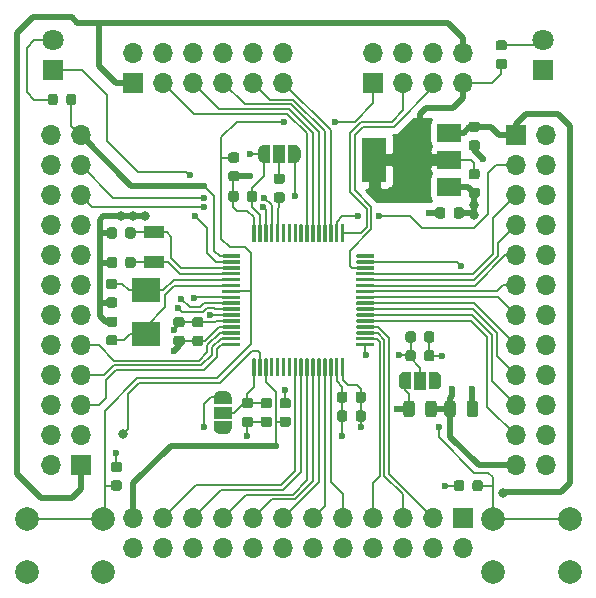
<source format=gbr>
%TF.GenerationSoftware,KiCad,Pcbnew,(5.1.6)-1*%
%TF.CreationDate,2020-11-19T20:50:07+01:00*%
%TF.ProjectId,F373RCT6_MSDB,46333733-5243-4543-965f-4d5344422e6b,rev?*%
%TF.SameCoordinates,Original*%
%TF.FileFunction,Copper,L1,Top*%
%TF.FilePolarity,Positive*%
%FSLAX46Y46*%
G04 Gerber Fmt 4.6, Leading zero omitted, Abs format (unit mm)*
G04 Created by KiCad (PCBNEW (5.1.6)-1) date 2020-11-19 20:50:07*
%MOMM*%
%LPD*%
G01*
G04 APERTURE LIST*
%TA.AperFunction,ComponentPad*%
%ADD10C,2.000000*%
%TD*%
%TA.AperFunction,ComponentPad*%
%ADD11C,1.800000*%
%TD*%
%TA.AperFunction,ComponentPad*%
%ADD12R,1.800000X1.800000*%
%TD*%
%TA.AperFunction,ComponentPad*%
%ADD13O,1.700000X1.700000*%
%TD*%
%TA.AperFunction,ComponentPad*%
%ADD14R,1.700000X1.700000*%
%TD*%
%TA.AperFunction,SMDPad,CuDef*%
%ADD15R,2.000000X1.500000*%
%TD*%
%TA.AperFunction,SMDPad,CuDef*%
%ADD16R,2.000000X3.800000*%
%TD*%
%TA.AperFunction,SMDPad,CuDef*%
%ADD17R,1.800000X1.000000*%
%TD*%
%TA.AperFunction,SMDPad,CuDef*%
%ADD18R,2.400000X2.000000*%
%TD*%
%TA.AperFunction,SMDPad,CuDef*%
%ADD19R,1.000000X1.500000*%
%TD*%
%TA.AperFunction,SMDPad,CuDef*%
%ADD20C,0.100000*%
%TD*%
%TA.AperFunction,SMDPad,CuDef*%
%ADD21R,1.500000X1.000000*%
%TD*%
%TA.AperFunction,ViaPad*%
%ADD22C,0.600000*%
%TD*%
%TA.AperFunction,ViaPad*%
%ADD23C,0.800000*%
%TD*%
%TA.AperFunction,Conductor*%
%ADD24C,0.200000*%
%TD*%
%TA.AperFunction,Conductor*%
%ADD25C,0.500000*%
%TD*%
%TA.AperFunction,Conductor*%
%ADD26C,0.254000*%
%TD*%
G04 APERTURE END LIST*
D10*
%TO.P,SW2,1*%
%TO.N,/F_6*%
X157700000Y-116200000D03*
%TO.P,SW2,2*%
%TO.N,GND*%
X157700000Y-120700000D03*
%TO.P,SW2,1*%
%TO.N,/F_6*%
X151200000Y-116200000D03*
%TO.P,SW2,2*%
%TO.N,GND*%
X151200000Y-120700000D03*
%TD*%
%TO.P,SW1,1*%
%TO.N,/~uC_RESET*%
X118200000Y-116200000D03*
%TO.P,SW1,2*%
%TO.N,GND*%
X118200000Y-120700000D03*
%TO.P,SW1,1*%
%TO.N,/~uC_RESET*%
X111700000Y-116200000D03*
%TO.P,SW1,2*%
%TO.N,GND*%
X111700000Y-120700000D03*
%TD*%
%TO.P,C19,2*%
%TO.N,/F_6*%
%TA.AperFunction,SMDPad,CuDef*%
G36*
G01*
X149450000Y-113656250D02*
X149450000Y-113143750D01*
G75*
G02*
X149668750Y-112925000I218750J0D01*
G01*
X150106250Y-112925000D01*
G75*
G02*
X150325000Y-113143750I0J-218750D01*
G01*
X150325000Y-113656250D01*
G75*
G02*
X150106250Y-113875000I-218750J0D01*
G01*
X149668750Y-113875000D01*
G75*
G02*
X149450000Y-113656250I0J218750D01*
G01*
G37*
%TD.AperFunction*%
%TO.P,C19,1*%
%TO.N,GND*%
%TA.AperFunction,SMDPad,CuDef*%
G36*
G01*
X147875000Y-113656250D02*
X147875000Y-113143750D01*
G75*
G02*
X148093750Y-112925000I218750J0D01*
G01*
X148531250Y-112925000D01*
G75*
G02*
X148750000Y-113143750I0J-218750D01*
G01*
X148750000Y-113656250D01*
G75*
G02*
X148531250Y-113875000I-218750J0D01*
G01*
X148093750Y-113875000D01*
G75*
G02*
X147875000Y-113656250I0J218750D01*
G01*
G37*
%TD.AperFunction*%
%TD*%
%TO.P,C7,2*%
%TO.N,/~uC_RESET*%
%TA.AperFunction,SMDPad,CuDef*%
G36*
G01*
X119043750Y-112950000D02*
X119556250Y-112950000D01*
G75*
G02*
X119775000Y-113168750I0J-218750D01*
G01*
X119775000Y-113606250D01*
G75*
G02*
X119556250Y-113825000I-218750J0D01*
G01*
X119043750Y-113825000D01*
G75*
G02*
X118825000Y-113606250I0J218750D01*
G01*
X118825000Y-113168750D01*
G75*
G02*
X119043750Y-112950000I218750J0D01*
G01*
G37*
%TD.AperFunction*%
%TO.P,C7,1*%
%TO.N,GND*%
%TA.AperFunction,SMDPad,CuDef*%
G36*
G01*
X119043750Y-111375000D02*
X119556250Y-111375000D01*
G75*
G02*
X119775000Y-111593750I0J-218750D01*
G01*
X119775000Y-112031250D01*
G75*
G02*
X119556250Y-112250000I-218750J0D01*
G01*
X119043750Y-112250000D01*
G75*
G02*
X118825000Y-112031250I0J218750D01*
G01*
X118825000Y-111593750D01*
G75*
G02*
X119043750Y-111375000I218750J0D01*
G01*
G37*
%TD.AperFunction*%
%TD*%
%TO.P,R5,2*%
%TO.N,Net-(D2-Pad2)*%
%TA.AperFunction,SMDPad,CuDef*%
G36*
G01*
X152156250Y-76550000D02*
X151643750Y-76550000D01*
G75*
G02*
X151425000Y-76331250I0J218750D01*
G01*
X151425000Y-75893750D01*
G75*
G02*
X151643750Y-75675000I218750J0D01*
G01*
X152156250Y-75675000D01*
G75*
G02*
X152375000Y-75893750I0J-218750D01*
G01*
X152375000Y-76331250D01*
G75*
G02*
X152156250Y-76550000I-218750J0D01*
G01*
G37*
%TD.AperFunction*%
%TO.P,R5,1*%
%TO.N,VDD*%
%TA.AperFunction,SMDPad,CuDef*%
G36*
G01*
X152156250Y-78125000D02*
X151643750Y-78125000D01*
G75*
G02*
X151425000Y-77906250I0J218750D01*
G01*
X151425000Y-77468750D01*
G75*
G02*
X151643750Y-77250000I218750J0D01*
G01*
X152156250Y-77250000D01*
G75*
G02*
X152375000Y-77468750I0J-218750D01*
G01*
X152375000Y-77906250D01*
G75*
G02*
X152156250Y-78125000I-218750J0D01*
G01*
G37*
%TD.AperFunction*%
%TD*%
%TO.P,R4,2*%
%TO.N,Net-(D1-Pad2)*%
%TA.AperFunction,SMDPad,CuDef*%
G36*
G01*
X114350000Y-80443750D02*
X114350000Y-80956250D01*
G75*
G02*
X114131250Y-81175000I-218750J0D01*
G01*
X113693750Y-81175000D01*
G75*
G02*
X113475000Y-80956250I0J218750D01*
G01*
X113475000Y-80443750D01*
G75*
G02*
X113693750Y-80225000I218750J0D01*
G01*
X114131250Y-80225000D01*
G75*
G02*
X114350000Y-80443750I0J-218750D01*
G01*
G37*
%TD.AperFunction*%
%TO.P,R4,1*%
%TO.N,VDD*%
%TA.AperFunction,SMDPad,CuDef*%
G36*
G01*
X115925000Y-80443750D02*
X115925000Y-80956250D01*
G75*
G02*
X115706250Y-81175000I-218750J0D01*
G01*
X115268750Y-81175000D01*
G75*
G02*
X115050000Y-80956250I0J218750D01*
G01*
X115050000Y-80443750D01*
G75*
G02*
X115268750Y-80225000I218750J0D01*
G01*
X115706250Y-80225000D01*
G75*
G02*
X115925000Y-80443750I0J-218750D01*
G01*
G37*
%TD.AperFunction*%
%TD*%
D11*
%TO.P,D2,2*%
%TO.N,Net-(D2-Pad2)*%
X155450000Y-75660000D03*
D12*
%TO.P,D2,1*%
%TO.N,GND*%
X155450000Y-78200000D03*
%TD*%
D11*
%TO.P,D1,2*%
%TO.N,Net-(D1-Pad2)*%
X113950000Y-75660000D03*
D12*
%TO.P,D1,1*%
%TO.N,/C_13*%
X113950000Y-78200000D03*
%TD*%
%TO.P,C9,2*%
%TO.N,/STM32F373RCT6/GNDA*%
%TA.AperFunction,SMDPad,CuDef*%
G36*
G01*
X138850000Y-105643750D02*
X138850000Y-106156250D01*
G75*
G02*
X138631250Y-106375000I-218750J0D01*
G01*
X138193750Y-106375000D01*
G75*
G02*
X137975000Y-106156250I0J218750D01*
G01*
X137975000Y-105643750D01*
G75*
G02*
X138193750Y-105425000I218750J0D01*
G01*
X138631250Y-105425000D01*
G75*
G02*
X138850000Y-105643750I0J-218750D01*
G01*
G37*
%TD.AperFunction*%
%TO.P,C9,1*%
%TO.N,/STM32F373RCT6/VDDA*%
%TA.AperFunction,SMDPad,CuDef*%
G36*
G01*
X140425000Y-105643750D02*
X140425000Y-106156250D01*
G75*
G02*
X140206250Y-106375000I-218750J0D01*
G01*
X139768750Y-106375000D01*
G75*
G02*
X139550000Y-106156250I0J218750D01*
G01*
X139550000Y-105643750D01*
G75*
G02*
X139768750Y-105425000I218750J0D01*
G01*
X140206250Y-105425000D01*
G75*
G02*
X140425000Y-105643750I0J-218750D01*
G01*
G37*
%TD.AperFunction*%
%TD*%
%TO.P,C8,2*%
%TO.N,/STM32F373RCT6/GNDA*%
%TA.AperFunction,SMDPad,CuDef*%
G36*
G01*
X138850000Y-107243750D02*
X138850000Y-107756250D01*
G75*
G02*
X138631250Y-107975000I-218750J0D01*
G01*
X138193750Y-107975000D01*
G75*
G02*
X137975000Y-107756250I0J218750D01*
G01*
X137975000Y-107243750D01*
G75*
G02*
X138193750Y-107025000I218750J0D01*
G01*
X138631250Y-107025000D01*
G75*
G02*
X138850000Y-107243750I0J-218750D01*
G01*
G37*
%TD.AperFunction*%
%TO.P,C8,1*%
%TO.N,/STM32F373RCT6/VDDA*%
%TA.AperFunction,SMDPad,CuDef*%
G36*
G01*
X140425000Y-107243750D02*
X140425000Y-107756250D01*
G75*
G02*
X140206250Y-107975000I-218750J0D01*
G01*
X139768750Y-107975000D01*
G75*
G02*
X139550000Y-107756250I0J218750D01*
G01*
X139550000Y-107243750D01*
G75*
G02*
X139768750Y-107025000I218750J0D01*
G01*
X140206250Y-107025000D01*
G75*
G02*
X140425000Y-107243750I0J-218750D01*
G01*
G37*
%TD.AperFunction*%
%TD*%
D13*
%TO.P,J5,24*%
%TO.N,GND*%
X155655000Y-111670000D03*
%TO.P,J5,23*%
%TO.N,VDD*%
X153115000Y-111670000D03*
%TO.P,J5,22*%
%TO.N,GND*%
X155655000Y-109130000D03*
%TO.P,J5,21*%
%TO.N,/C_6*%
X153115000Y-109130000D03*
%TO.P,J5,20*%
%TO.N,GND*%
X155655000Y-106590000D03*
%TO.P,J5,19*%
%TO.N,/C_7*%
X153115000Y-106590000D03*
%TO.P,J5,18*%
%TO.N,GND*%
X155655000Y-104050000D03*
%TO.P,J5,17*%
%TO.N,/C_8*%
X153115000Y-104050000D03*
%TO.P,J5,16*%
%TO.N,GND*%
X155655000Y-101510000D03*
%TO.P,J5,15*%
%TO.N,/C_9*%
X153115000Y-101510000D03*
%TO.P,J5,14*%
%TO.N,GND*%
X155655000Y-98970000D03*
%TO.P,J5,13*%
%TO.N,/A_8*%
X153115000Y-98970000D03*
%TO.P,J5,12*%
%TO.N,GND*%
X155655000Y-96430000D03*
%TO.P,J5,11*%
%TO.N,/A_9*%
X153115000Y-96430000D03*
%TO.P,J5,10*%
%TO.N,GND*%
X155655000Y-93890000D03*
%TO.P,J5,9*%
%TO.N,/A_10*%
X153115000Y-93890000D03*
%TO.P,J5,8*%
%TO.N,GND*%
X155655000Y-91350000D03*
%TO.P,J5,7*%
%TO.N,/A_11*%
X153115000Y-91350000D03*
%TO.P,J5,6*%
%TO.N,GND*%
X155655000Y-88810000D03*
%TO.P,J5,5*%
%TO.N,/A_12*%
X153115000Y-88810000D03*
%TO.P,J5,4*%
%TO.N,GND*%
X155655000Y-86270000D03*
%TO.P,J5,3*%
%TO.N,/A_15*%
X153115000Y-86270000D03*
%TO.P,J5,2*%
%TO.N,GND*%
X155655000Y-83730000D03*
D14*
%TO.P,J5,1*%
%TO.N,+5V*%
X153115000Y-83730000D03*
%TD*%
D13*
%TO.P,J4,24*%
%TO.N,GND*%
X120730000Y-118655000D03*
%TO.P,J4,23*%
%TO.N,VDD*%
X120730000Y-116115000D03*
%TO.P,J4,22*%
%TO.N,GND*%
X123270000Y-118655000D03*
%TO.P,J4,21*%
%TO.N,/C_4*%
X123270000Y-116115000D03*
%TO.P,J4,20*%
%TO.N,GND*%
X125810000Y-118655000D03*
%TO.P,J4,19*%
%TO.N,/C_5*%
X125810000Y-116115000D03*
%TO.P,J4,18*%
%TO.N,GND*%
X128350000Y-118655000D03*
%TO.P,J4,17*%
%TO.N,/B_0*%
X128350000Y-116115000D03*
%TO.P,J4,16*%
%TO.N,GND*%
X130890000Y-118655000D03*
%TO.P,J4,15*%
%TO.N,/B_1*%
X130890000Y-116115000D03*
%TO.P,J4,14*%
%TO.N,GND*%
X133430000Y-118655000D03*
%TO.P,J4,13*%
%TO.N,/B_2*%
X133430000Y-116115000D03*
%TO.P,J4,12*%
%TO.N,GND*%
X135970000Y-118655000D03*
%TO.P,J4,11*%
%TO.N,/E_8*%
X135970000Y-116115000D03*
%TO.P,J4,10*%
%TO.N,GND*%
X138510000Y-118655000D03*
%TO.P,J4,9*%
%TO.N,/E_9*%
X138510000Y-116115000D03*
%TO.P,J4,8*%
%TO.N,GND*%
X141050000Y-118655000D03*
%TO.P,J4,7*%
%TO.N,/B_14*%
X141050000Y-116115000D03*
%TO.P,J4,6*%
%TO.N,GND*%
X143590000Y-118655000D03*
%TO.P,J4,5*%
%TO.N,/B_15*%
X143590000Y-116115000D03*
%TO.P,J4,4*%
%TO.N,GND*%
X146130000Y-118655000D03*
%TO.P,J4,3*%
%TO.N,/D_8*%
X146130000Y-116115000D03*
%TO.P,J4,2*%
%TO.N,GND*%
X148670000Y-118655000D03*
D14*
%TO.P,J4,1*%
%TO.N,+5V*%
X148670000Y-116115000D03*
%TD*%
%TO.P,J3,1*%
%TO.N,+5V*%
X116285000Y-111670000D03*
D13*
%TO.P,J3,2*%
%TO.N,GND*%
X113745000Y-111670000D03*
%TO.P,J3,3*%
%TO.N,/A_3*%
X116285000Y-109130000D03*
%TO.P,J3,4*%
%TO.N,GND*%
X113745000Y-109130000D03*
%TO.P,J3,5*%
%TO.N,/A_2*%
X116285000Y-106590000D03*
%TO.P,J3,6*%
%TO.N,GND*%
X113745000Y-106590000D03*
%TO.P,J3,7*%
%TO.N,/A_1*%
X116285000Y-104050000D03*
%TO.P,J3,8*%
%TO.N,GND*%
X113745000Y-104050000D03*
%TO.P,J3,9*%
%TO.N,/A_0*%
X116285000Y-101510000D03*
%TO.P,J3,10*%
%TO.N,GND*%
X113745000Y-101510000D03*
%TO.P,J3,11*%
%TO.N,/C_3*%
X116285000Y-98970000D03*
%TO.P,J3,12*%
%TO.N,GND*%
X113745000Y-98970000D03*
%TO.P,J3,13*%
%TO.N,/C_2*%
X116285000Y-96430000D03*
%TO.P,J3,14*%
%TO.N,GND*%
X113745000Y-96430000D03*
%TO.P,J3,15*%
%TO.N,/C_1*%
X116285000Y-93890000D03*
%TO.P,J3,16*%
%TO.N,GND*%
X113745000Y-93890000D03*
%TO.P,J3,17*%
%TO.N,/C_0*%
X116285000Y-91350000D03*
%TO.P,J3,18*%
%TO.N,GND*%
X113745000Y-91350000D03*
%TO.P,J3,19*%
%TO.N,/B_9*%
X116285000Y-88810000D03*
%TO.P,J3,20*%
%TO.N,GND*%
X113745000Y-88810000D03*
%TO.P,J3,21*%
%TO.N,/B_8*%
X116285000Y-86270000D03*
%TO.P,J3,22*%
%TO.N,GND*%
X113745000Y-86270000D03*
%TO.P,J3,23*%
%TO.N,VDD*%
X116285000Y-83730000D03*
%TO.P,J3,24*%
%TO.N,GND*%
X113745000Y-83730000D03*
%TD*%
%TO.P,J2,12*%
%TO.N,GND*%
X133430000Y-76745000D03*
%TO.P,J2,11*%
%TO.N,/C_10*%
X133430000Y-79285000D03*
%TO.P,J2,10*%
%TO.N,GND*%
X130890000Y-76745000D03*
%TO.P,J2,9*%
%TO.N,/C_11*%
X130890000Y-79285000D03*
%TO.P,J2,8*%
%TO.N,GND*%
X128350000Y-76745000D03*
%TO.P,J2,7*%
%TO.N,/C_12*%
X128350000Y-79285000D03*
%TO.P,J2,6*%
%TO.N,GND*%
X125810000Y-76745000D03*
%TO.P,J2,5*%
%TO.N,/D_2*%
X125810000Y-79285000D03*
%TO.P,J2,4*%
%TO.N,GND*%
X123270000Y-76745000D03*
%TO.P,J2,3*%
%TO.N,/B_3*%
X123270000Y-79285000D03*
%TO.P,J2,2*%
%TO.N,GND*%
X120730000Y-76745000D03*
D14*
%TO.P,J2,1*%
%TO.N,+5V*%
X120730000Y-79285000D03*
%TD*%
%TO.P,L1,2*%
%TO.N,VDD*%
%TA.AperFunction,SMDPad,CuDef*%
G36*
G01*
X145450000Y-107356250D02*
X145450000Y-106443750D01*
G75*
G02*
X145693750Y-106200000I243750J0D01*
G01*
X146181250Y-106200000D01*
G75*
G02*
X146425000Y-106443750I0J-243750D01*
G01*
X146425000Y-107356250D01*
G75*
G02*
X146181250Y-107600000I-243750J0D01*
G01*
X145693750Y-107600000D01*
G75*
G02*
X145450000Y-107356250I0J243750D01*
G01*
G37*
%TD.AperFunction*%
%TO.P,L1,1*%
%TO.N,/STM32F373RCT6/VDDA*%
%TA.AperFunction,SMDPad,CuDef*%
G36*
G01*
X143575000Y-107356250D02*
X143575000Y-106443750D01*
G75*
G02*
X143818750Y-106200000I243750J0D01*
G01*
X144306250Y-106200000D01*
G75*
G02*
X144550000Y-106443750I0J-243750D01*
G01*
X144550000Y-107356250D01*
G75*
G02*
X144306250Y-107600000I-243750J0D01*
G01*
X143818750Y-107600000D01*
G75*
G02*
X143575000Y-107356250I0J243750D01*
G01*
G37*
%TD.AperFunction*%
%TD*%
%TO.P,C18,2*%
%TO.N,GND*%
%TA.AperFunction,SMDPad,CuDef*%
G36*
G01*
X149343750Y-88150000D02*
X149856250Y-88150000D01*
G75*
G02*
X150075000Y-88368750I0J-218750D01*
G01*
X150075000Y-88806250D01*
G75*
G02*
X149856250Y-89025000I-218750J0D01*
G01*
X149343750Y-89025000D01*
G75*
G02*
X149125000Y-88806250I0J218750D01*
G01*
X149125000Y-88368750D01*
G75*
G02*
X149343750Y-88150000I218750J0D01*
G01*
G37*
%TD.AperFunction*%
%TO.P,C18,1*%
%TO.N,VDD*%
%TA.AperFunction,SMDPad,CuDef*%
G36*
G01*
X149343750Y-86575000D02*
X149856250Y-86575000D01*
G75*
G02*
X150075000Y-86793750I0J-218750D01*
G01*
X150075000Y-87231250D01*
G75*
G02*
X149856250Y-87450000I-218750J0D01*
G01*
X149343750Y-87450000D01*
G75*
G02*
X149125000Y-87231250I0J218750D01*
G01*
X149125000Y-86793750D01*
G75*
G02*
X149343750Y-86575000I218750J0D01*
G01*
G37*
%TD.AperFunction*%
%TD*%
%TO.P,C17,2*%
%TO.N,GND*%
%TA.AperFunction,SMDPad,CuDef*%
G36*
G01*
X149343750Y-84150000D02*
X149856250Y-84150000D01*
G75*
G02*
X150075000Y-84368750I0J-218750D01*
G01*
X150075000Y-84806250D01*
G75*
G02*
X149856250Y-85025000I-218750J0D01*
G01*
X149343750Y-85025000D01*
G75*
G02*
X149125000Y-84806250I0J218750D01*
G01*
X149125000Y-84368750D01*
G75*
G02*
X149343750Y-84150000I218750J0D01*
G01*
G37*
%TD.AperFunction*%
%TO.P,C17,1*%
%TO.N,+5V*%
%TA.AperFunction,SMDPad,CuDef*%
G36*
G01*
X149343750Y-82575000D02*
X149856250Y-82575000D01*
G75*
G02*
X150075000Y-82793750I0J-218750D01*
G01*
X150075000Y-83231250D01*
G75*
G02*
X149856250Y-83450000I-218750J0D01*
G01*
X149343750Y-83450000D01*
G75*
G02*
X149125000Y-83231250I0J218750D01*
G01*
X149125000Y-82793750D01*
G75*
G02*
X149343750Y-82575000I218750J0D01*
G01*
G37*
%TD.AperFunction*%
%TD*%
D15*
%TO.P,U2,1*%
%TO.N,GND*%
X147450000Y-88100000D03*
%TO.P,U2,3*%
%TO.N,+5V*%
X147450000Y-83500000D03*
%TO.P,U2,2*%
%TO.N,VDD*%
X147450000Y-85800000D03*
D16*
X141150000Y-85800000D03*
%TD*%
%TO.P,R3,2*%
%TO.N,/STM32F373RCT6/GNDA*%
%TA.AperFunction,SMDPad,CuDef*%
G36*
G01*
X147150000Y-90043750D02*
X147150000Y-90556250D01*
G75*
G02*
X146931250Y-90775000I-218750J0D01*
G01*
X146493750Y-90775000D01*
G75*
G02*
X146275000Y-90556250I0J218750D01*
G01*
X146275000Y-90043750D01*
G75*
G02*
X146493750Y-89825000I218750J0D01*
G01*
X146931250Y-89825000D01*
G75*
G02*
X147150000Y-90043750I0J-218750D01*
G01*
G37*
%TD.AperFunction*%
%TO.P,R3,1*%
%TO.N,GND*%
%TA.AperFunction,SMDPad,CuDef*%
G36*
G01*
X148725000Y-90043750D02*
X148725000Y-90556250D01*
G75*
G02*
X148506250Y-90775000I-218750J0D01*
G01*
X148068750Y-90775000D01*
G75*
G02*
X147850000Y-90556250I0J218750D01*
G01*
X147850000Y-90043750D01*
G75*
G02*
X148068750Y-89825000I218750J0D01*
G01*
X148506250Y-89825000D01*
G75*
G02*
X148725000Y-90043750I0J-218750D01*
G01*
G37*
%TD.AperFunction*%
%TD*%
D13*
%TO.P,J1,8*%
%TO.N,+5V*%
X148670000Y-76745000D03*
%TO.P,J1,7*%
%TO.N,VDD*%
X148670000Y-79285000D03*
%TO.P,J1,6*%
%TO.N,GND*%
X146130000Y-76745000D03*
%TO.P,J1,5*%
%TO.N,/SWD_DIO*%
X146130000Y-79285000D03*
%TO.P,J1,4*%
%TO.N,GND*%
X143590000Y-76745000D03*
%TO.P,J1,3*%
%TO.N,/SWD_CLK*%
X143590000Y-79285000D03*
%TO.P,J1,2*%
%TO.N,GND*%
X141050000Y-76745000D03*
D14*
%TO.P,J1,1*%
%TO.N,/~uC_RESET*%
X141050000Y-79285000D03*
%TD*%
D17*
%TO.P,Y2,2*%
%TO.N,Net-(C5-Pad1)*%
X122500000Y-94450000D03*
%TO.P,Y2,1*%
%TO.N,Net-(C4-Pad1)*%
X122500000Y-91950000D03*
%TD*%
D18*
%TO.P,Y1,2*%
%TO.N,Net-(C3-Pad1)*%
X121800000Y-100550000D03*
%TO.P,Y1,1*%
%TO.N,Net-(C2-Pad1)*%
X121800000Y-96850000D03*
%TD*%
%TO.P,U1,64*%
%TO.N,VDD*%
%TA.AperFunction,SMDPad,CuDef*%
G36*
G01*
X130800000Y-92725000D02*
X130800000Y-91325000D01*
G75*
G02*
X130875000Y-91250000I75000J0D01*
G01*
X131025000Y-91250000D01*
G75*
G02*
X131100000Y-91325000I0J-75000D01*
G01*
X131100000Y-92725000D01*
G75*
G02*
X131025000Y-92800000I-75000J0D01*
G01*
X130875000Y-92800000D01*
G75*
G02*
X130800000Y-92725000I0J75000D01*
G01*
G37*
%TD.AperFunction*%
%TO.P,U1,63*%
%TO.N,GND*%
%TA.AperFunction,SMDPad,CuDef*%
G36*
G01*
X131300000Y-92725000D02*
X131300000Y-91325000D01*
G75*
G02*
X131375000Y-91250000I75000J0D01*
G01*
X131525000Y-91250000D01*
G75*
G02*
X131600000Y-91325000I0J-75000D01*
G01*
X131600000Y-92725000D01*
G75*
G02*
X131525000Y-92800000I-75000J0D01*
G01*
X131375000Y-92800000D01*
G75*
G02*
X131300000Y-92725000I0J75000D01*
G01*
G37*
%TD.AperFunction*%
%TO.P,U1,62*%
%TO.N,/B_9*%
%TA.AperFunction,SMDPad,CuDef*%
G36*
G01*
X131800000Y-92725000D02*
X131800000Y-91325000D01*
G75*
G02*
X131875000Y-91250000I75000J0D01*
G01*
X132025000Y-91250000D01*
G75*
G02*
X132100000Y-91325000I0J-75000D01*
G01*
X132100000Y-92725000D01*
G75*
G02*
X132025000Y-92800000I-75000J0D01*
G01*
X131875000Y-92800000D01*
G75*
G02*
X131800000Y-92725000I0J75000D01*
G01*
G37*
%TD.AperFunction*%
%TO.P,U1,61*%
%TO.N,/B_8*%
%TA.AperFunction,SMDPad,CuDef*%
G36*
G01*
X132300000Y-92725000D02*
X132300000Y-91325000D01*
G75*
G02*
X132375000Y-91250000I75000J0D01*
G01*
X132525000Y-91250000D01*
G75*
G02*
X132600000Y-91325000I0J-75000D01*
G01*
X132600000Y-92725000D01*
G75*
G02*
X132525000Y-92800000I-75000J0D01*
G01*
X132375000Y-92800000D01*
G75*
G02*
X132300000Y-92725000I0J75000D01*
G01*
G37*
%TD.AperFunction*%
%TO.P,U1,60*%
%TO.N,Net-(R1-Pad2)*%
%TA.AperFunction,SMDPad,CuDef*%
G36*
G01*
X132800000Y-92725000D02*
X132800000Y-91325000D01*
G75*
G02*
X132875000Y-91250000I75000J0D01*
G01*
X133025000Y-91250000D01*
G75*
G02*
X133100000Y-91325000I0J-75000D01*
G01*
X133100000Y-92725000D01*
G75*
G02*
X133025000Y-92800000I-75000J0D01*
G01*
X132875000Y-92800000D01*
G75*
G02*
X132800000Y-92725000I0J75000D01*
G01*
G37*
%TD.AperFunction*%
%TO.P,U1,59*%
%TO.N,/B_7*%
%TA.AperFunction,SMDPad,CuDef*%
G36*
G01*
X133300000Y-92725000D02*
X133300000Y-91325000D01*
G75*
G02*
X133375000Y-91250000I75000J0D01*
G01*
X133525000Y-91250000D01*
G75*
G02*
X133600000Y-91325000I0J-75000D01*
G01*
X133600000Y-92725000D01*
G75*
G02*
X133525000Y-92800000I-75000J0D01*
G01*
X133375000Y-92800000D01*
G75*
G02*
X133300000Y-92725000I0J75000D01*
G01*
G37*
%TD.AperFunction*%
%TO.P,U1,58*%
%TO.N,/B_6*%
%TA.AperFunction,SMDPad,CuDef*%
G36*
G01*
X133800000Y-92725000D02*
X133800000Y-91325000D01*
G75*
G02*
X133875000Y-91250000I75000J0D01*
G01*
X134025000Y-91250000D01*
G75*
G02*
X134100000Y-91325000I0J-75000D01*
G01*
X134100000Y-92725000D01*
G75*
G02*
X134025000Y-92800000I-75000J0D01*
G01*
X133875000Y-92800000D01*
G75*
G02*
X133800000Y-92725000I0J75000D01*
G01*
G37*
%TD.AperFunction*%
%TO.P,U1,57*%
%TO.N,/B_5*%
%TA.AperFunction,SMDPad,CuDef*%
G36*
G01*
X134300000Y-92725000D02*
X134300000Y-91325000D01*
G75*
G02*
X134375000Y-91250000I75000J0D01*
G01*
X134525000Y-91250000D01*
G75*
G02*
X134600000Y-91325000I0J-75000D01*
G01*
X134600000Y-92725000D01*
G75*
G02*
X134525000Y-92800000I-75000J0D01*
G01*
X134375000Y-92800000D01*
G75*
G02*
X134300000Y-92725000I0J75000D01*
G01*
G37*
%TD.AperFunction*%
%TO.P,U1,56*%
%TO.N,/B_4*%
%TA.AperFunction,SMDPad,CuDef*%
G36*
G01*
X134800000Y-92725000D02*
X134800000Y-91325000D01*
G75*
G02*
X134875000Y-91250000I75000J0D01*
G01*
X135025000Y-91250000D01*
G75*
G02*
X135100000Y-91325000I0J-75000D01*
G01*
X135100000Y-92725000D01*
G75*
G02*
X135025000Y-92800000I-75000J0D01*
G01*
X134875000Y-92800000D01*
G75*
G02*
X134800000Y-92725000I0J75000D01*
G01*
G37*
%TD.AperFunction*%
%TO.P,U1,55*%
%TO.N,/B_3*%
%TA.AperFunction,SMDPad,CuDef*%
G36*
G01*
X135300000Y-92725000D02*
X135300000Y-91325000D01*
G75*
G02*
X135375000Y-91250000I75000J0D01*
G01*
X135525000Y-91250000D01*
G75*
G02*
X135600000Y-91325000I0J-75000D01*
G01*
X135600000Y-92725000D01*
G75*
G02*
X135525000Y-92800000I-75000J0D01*
G01*
X135375000Y-92800000D01*
G75*
G02*
X135300000Y-92725000I0J75000D01*
G01*
G37*
%TD.AperFunction*%
%TO.P,U1,54*%
%TO.N,/D_2*%
%TA.AperFunction,SMDPad,CuDef*%
G36*
G01*
X135800000Y-92725000D02*
X135800000Y-91325000D01*
G75*
G02*
X135875000Y-91250000I75000J0D01*
G01*
X136025000Y-91250000D01*
G75*
G02*
X136100000Y-91325000I0J-75000D01*
G01*
X136100000Y-92725000D01*
G75*
G02*
X136025000Y-92800000I-75000J0D01*
G01*
X135875000Y-92800000D01*
G75*
G02*
X135800000Y-92725000I0J75000D01*
G01*
G37*
%TD.AperFunction*%
%TO.P,U1,53*%
%TO.N,/C_12*%
%TA.AperFunction,SMDPad,CuDef*%
G36*
G01*
X136300000Y-92725000D02*
X136300000Y-91325000D01*
G75*
G02*
X136375000Y-91250000I75000J0D01*
G01*
X136525000Y-91250000D01*
G75*
G02*
X136600000Y-91325000I0J-75000D01*
G01*
X136600000Y-92725000D01*
G75*
G02*
X136525000Y-92800000I-75000J0D01*
G01*
X136375000Y-92800000D01*
G75*
G02*
X136300000Y-92725000I0J75000D01*
G01*
G37*
%TD.AperFunction*%
%TO.P,U1,52*%
%TO.N,/C_11*%
%TA.AperFunction,SMDPad,CuDef*%
G36*
G01*
X136800000Y-92725000D02*
X136800000Y-91325000D01*
G75*
G02*
X136875000Y-91250000I75000J0D01*
G01*
X137025000Y-91250000D01*
G75*
G02*
X137100000Y-91325000I0J-75000D01*
G01*
X137100000Y-92725000D01*
G75*
G02*
X137025000Y-92800000I-75000J0D01*
G01*
X136875000Y-92800000D01*
G75*
G02*
X136800000Y-92725000I0J75000D01*
G01*
G37*
%TD.AperFunction*%
%TO.P,U1,51*%
%TO.N,/C_10*%
%TA.AperFunction,SMDPad,CuDef*%
G36*
G01*
X137300000Y-92725000D02*
X137300000Y-91325000D01*
G75*
G02*
X137375000Y-91250000I75000J0D01*
G01*
X137525000Y-91250000D01*
G75*
G02*
X137600000Y-91325000I0J-75000D01*
G01*
X137600000Y-92725000D01*
G75*
G02*
X137525000Y-92800000I-75000J0D01*
G01*
X137375000Y-92800000D01*
G75*
G02*
X137300000Y-92725000I0J75000D01*
G01*
G37*
%TD.AperFunction*%
%TO.P,U1,50*%
%TO.N,/A_15*%
%TA.AperFunction,SMDPad,CuDef*%
G36*
G01*
X137800000Y-92725000D02*
X137800000Y-91325000D01*
G75*
G02*
X137875000Y-91250000I75000J0D01*
G01*
X138025000Y-91250000D01*
G75*
G02*
X138100000Y-91325000I0J-75000D01*
G01*
X138100000Y-92725000D01*
G75*
G02*
X138025000Y-92800000I-75000J0D01*
G01*
X137875000Y-92800000D01*
G75*
G02*
X137800000Y-92725000I0J75000D01*
G01*
G37*
%TD.AperFunction*%
%TO.P,U1,49*%
%TO.N,/SWD_CLK*%
%TA.AperFunction,SMDPad,CuDef*%
G36*
G01*
X138300000Y-92725000D02*
X138300000Y-91325000D01*
G75*
G02*
X138375000Y-91250000I75000J0D01*
G01*
X138525000Y-91250000D01*
G75*
G02*
X138600000Y-91325000I0J-75000D01*
G01*
X138600000Y-92725000D01*
G75*
G02*
X138525000Y-92800000I-75000J0D01*
G01*
X138375000Y-92800000D01*
G75*
G02*
X138300000Y-92725000I0J75000D01*
G01*
G37*
%TD.AperFunction*%
%TO.P,U1,48*%
%TO.N,/F_7*%
%TA.AperFunction,SMDPad,CuDef*%
G36*
G01*
X139600000Y-94025000D02*
X139600000Y-93875000D01*
G75*
G02*
X139675000Y-93800000I75000J0D01*
G01*
X141075000Y-93800000D01*
G75*
G02*
X141150000Y-93875000I0J-75000D01*
G01*
X141150000Y-94025000D01*
G75*
G02*
X141075000Y-94100000I-75000J0D01*
G01*
X139675000Y-94100000D01*
G75*
G02*
X139600000Y-94025000I0J75000D01*
G01*
G37*
%TD.AperFunction*%
%TO.P,U1,47*%
%TO.N,/F_6*%
%TA.AperFunction,SMDPad,CuDef*%
G36*
G01*
X139600000Y-94525000D02*
X139600000Y-94375000D01*
G75*
G02*
X139675000Y-94300000I75000J0D01*
G01*
X141075000Y-94300000D01*
G75*
G02*
X141150000Y-94375000I0J-75000D01*
G01*
X141150000Y-94525000D01*
G75*
G02*
X141075000Y-94600000I-75000J0D01*
G01*
X139675000Y-94600000D01*
G75*
G02*
X139600000Y-94525000I0J75000D01*
G01*
G37*
%TD.AperFunction*%
%TO.P,U1,46*%
%TO.N,/SWD_DIO*%
%TA.AperFunction,SMDPad,CuDef*%
G36*
G01*
X139600000Y-95025000D02*
X139600000Y-94875000D01*
G75*
G02*
X139675000Y-94800000I75000J0D01*
G01*
X141075000Y-94800000D01*
G75*
G02*
X141150000Y-94875000I0J-75000D01*
G01*
X141150000Y-95025000D01*
G75*
G02*
X141075000Y-95100000I-75000J0D01*
G01*
X139675000Y-95100000D01*
G75*
G02*
X139600000Y-95025000I0J75000D01*
G01*
G37*
%TD.AperFunction*%
%TO.P,U1,45*%
%TO.N,/A_12*%
%TA.AperFunction,SMDPad,CuDef*%
G36*
G01*
X139600000Y-95525000D02*
X139600000Y-95375000D01*
G75*
G02*
X139675000Y-95300000I75000J0D01*
G01*
X141075000Y-95300000D01*
G75*
G02*
X141150000Y-95375000I0J-75000D01*
G01*
X141150000Y-95525000D01*
G75*
G02*
X141075000Y-95600000I-75000J0D01*
G01*
X139675000Y-95600000D01*
G75*
G02*
X139600000Y-95525000I0J75000D01*
G01*
G37*
%TD.AperFunction*%
%TO.P,U1,44*%
%TO.N,/A_11*%
%TA.AperFunction,SMDPad,CuDef*%
G36*
G01*
X139600000Y-96025000D02*
X139600000Y-95875000D01*
G75*
G02*
X139675000Y-95800000I75000J0D01*
G01*
X141075000Y-95800000D01*
G75*
G02*
X141150000Y-95875000I0J-75000D01*
G01*
X141150000Y-96025000D01*
G75*
G02*
X141075000Y-96100000I-75000J0D01*
G01*
X139675000Y-96100000D01*
G75*
G02*
X139600000Y-96025000I0J75000D01*
G01*
G37*
%TD.AperFunction*%
%TO.P,U1,43*%
%TO.N,/A_10*%
%TA.AperFunction,SMDPad,CuDef*%
G36*
G01*
X139600000Y-96525000D02*
X139600000Y-96375000D01*
G75*
G02*
X139675000Y-96300000I75000J0D01*
G01*
X141075000Y-96300000D01*
G75*
G02*
X141150000Y-96375000I0J-75000D01*
G01*
X141150000Y-96525000D01*
G75*
G02*
X141075000Y-96600000I-75000J0D01*
G01*
X139675000Y-96600000D01*
G75*
G02*
X139600000Y-96525000I0J75000D01*
G01*
G37*
%TD.AperFunction*%
%TO.P,U1,42*%
%TO.N,/A_9*%
%TA.AperFunction,SMDPad,CuDef*%
G36*
G01*
X139600000Y-97025000D02*
X139600000Y-96875000D01*
G75*
G02*
X139675000Y-96800000I75000J0D01*
G01*
X141075000Y-96800000D01*
G75*
G02*
X141150000Y-96875000I0J-75000D01*
G01*
X141150000Y-97025000D01*
G75*
G02*
X141075000Y-97100000I-75000J0D01*
G01*
X139675000Y-97100000D01*
G75*
G02*
X139600000Y-97025000I0J75000D01*
G01*
G37*
%TD.AperFunction*%
%TO.P,U1,41*%
%TO.N,/A_8*%
%TA.AperFunction,SMDPad,CuDef*%
G36*
G01*
X139600000Y-97525000D02*
X139600000Y-97375000D01*
G75*
G02*
X139675000Y-97300000I75000J0D01*
G01*
X141075000Y-97300000D01*
G75*
G02*
X141150000Y-97375000I0J-75000D01*
G01*
X141150000Y-97525000D01*
G75*
G02*
X141075000Y-97600000I-75000J0D01*
G01*
X139675000Y-97600000D01*
G75*
G02*
X139600000Y-97525000I0J75000D01*
G01*
G37*
%TD.AperFunction*%
%TO.P,U1,40*%
%TO.N,/C_9*%
%TA.AperFunction,SMDPad,CuDef*%
G36*
G01*
X139600000Y-98025000D02*
X139600000Y-97875000D01*
G75*
G02*
X139675000Y-97800000I75000J0D01*
G01*
X141075000Y-97800000D01*
G75*
G02*
X141150000Y-97875000I0J-75000D01*
G01*
X141150000Y-98025000D01*
G75*
G02*
X141075000Y-98100000I-75000J0D01*
G01*
X139675000Y-98100000D01*
G75*
G02*
X139600000Y-98025000I0J75000D01*
G01*
G37*
%TD.AperFunction*%
%TO.P,U1,39*%
%TO.N,/C_8*%
%TA.AperFunction,SMDPad,CuDef*%
G36*
G01*
X139600000Y-98525000D02*
X139600000Y-98375000D01*
G75*
G02*
X139675000Y-98300000I75000J0D01*
G01*
X141075000Y-98300000D01*
G75*
G02*
X141150000Y-98375000I0J-75000D01*
G01*
X141150000Y-98525000D01*
G75*
G02*
X141075000Y-98600000I-75000J0D01*
G01*
X139675000Y-98600000D01*
G75*
G02*
X139600000Y-98525000I0J75000D01*
G01*
G37*
%TD.AperFunction*%
%TO.P,U1,38*%
%TO.N,/C_7*%
%TA.AperFunction,SMDPad,CuDef*%
G36*
G01*
X139600000Y-99025000D02*
X139600000Y-98875000D01*
G75*
G02*
X139675000Y-98800000I75000J0D01*
G01*
X141075000Y-98800000D01*
G75*
G02*
X141150000Y-98875000I0J-75000D01*
G01*
X141150000Y-99025000D01*
G75*
G02*
X141075000Y-99100000I-75000J0D01*
G01*
X139675000Y-99100000D01*
G75*
G02*
X139600000Y-99025000I0J75000D01*
G01*
G37*
%TD.AperFunction*%
%TO.P,U1,37*%
%TO.N,/C_6*%
%TA.AperFunction,SMDPad,CuDef*%
G36*
G01*
X139600000Y-99525000D02*
X139600000Y-99375000D01*
G75*
G02*
X139675000Y-99300000I75000J0D01*
G01*
X141075000Y-99300000D01*
G75*
G02*
X141150000Y-99375000I0J-75000D01*
G01*
X141150000Y-99525000D01*
G75*
G02*
X141075000Y-99600000I-75000J0D01*
G01*
X139675000Y-99600000D01*
G75*
G02*
X139600000Y-99525000I0J75000D01*
G01*
G37*
%TD.AperFunction*%
%TO.P,U1,36*%
%TO.N,/D_8*%
%TA.AperFunction,SMDPad,CuDef*%
G36*
G01*
X139600000Y-100025000D02*
X139600000Y-99875000D01*
G75*
G02*
X139675000Y-99800000I75000J0D01*
G01*
X141075000Y-99800000D01*
G75*
G02*
X141150000Y-99875000I0J-75000D01*
G01*
X141150000Y-100025000D01*
G75*
G02*
X141075000Y-100100000I-75000J0D01*
G01*
X139675000Y-100100000D01*
G75*
G02*
X139600000Y-100025000I0J75000D01*
G01*
G37*
%TD.AperFunction*%
%TO.P,U1,35*%
%TO.N,/B_15*%
%TA.AperFunction,SMDPad,CuDef*%
G36*
G01*
X139600000Y-100525000D02*
X139600000Y-100375000D01*
G75*
G02*
X139675000Y-100300000I75000J0D01*
G01*
X141075000Y-100300000D01*
G75*
G02*
X141150000Y-100375000I0J-75000D01*
G01*
X141150000Y-100525000D01*
G75*
G02*
X141075000Y-100600000I-75000J0D01*
G01*
X139675000Y-100600000D01*
G75*
G02*
X139600000Y-100525000I0J75000D01*
G01*
G37*
%TD.AperFunction*%
%TO.P,U1,34*%
%TO.N,/B_14*%
%TA.AperFunction,SMDPad,CuDef*%
G36*
G01*
X139600000Y-101025000D02*
X139600000Y-100875000D01*
G75*
G02*
X139675000Y-100800000I75000J0D01*
G01*
X141075000Y-100800000D01*
G75*
G02*
X141150000Y-100875000I0J-75000D01*
G01*
X141150000Y-101025000D01*
G75*
G02*
X141075000Y-101100000I-75000J0D01*
G01*
X139675000Y-101100000D01*
G75*
G02*
X139600000Y-101025000I0J75000D01*
G01*
G37*
%TD.AperFunction*%
%TO.P,U1,33*%
%TO.N,/STM32F373RCT6/VREFSD+*%
%TA.AperFunction,SMDPad,CuDef*%
G36*
G01*
X139600000Y-101525000D02*
X139600000Y-101375000D01*
G75*
G02*
X139675000Y-101300000I75000J0D01*
G01*
X141075000Y-101300000D01*
G75*
G02*
X141150000Y-101375000I0J-75000D01*
G01*
X141150000Y-101525000D01*
G75*
G02*
X141075000Y-101600000I-75000J0D01*
G01*
X139675000Y-101600000D01*
G75*
G02*
X139600000Y-101525000I0J75000D01*
G01*
G37*
%TD.AperFunction*%
%TO.P,U1,32*%
%TO.N,/STM32F373RCT6/VDDA*%
%TA.AperFunction,SMDPad,CuDef*%
G36*
G01*
X138300000Y-104075000D02*
X138300000Y-102675000D01*
G75*
G02*
X138375000Y-102600000I75000J0D01*
G01*
X138525000Y-102600000D01*
G75*
G02*
X138600000Y-102675000I0J-75000D01*
G01*
X138600000Y-104075000D01*
G75*
G02*
X138525000Y-104150000I-75000J0D01*
G01*
X138375000Y-104150000D01*
G75*
G02*
X138300000Y-104075000I0J75000D01*
G01*
G37*
%TD.AperFunction*%
%TO.P,U1,31*%
%TO.N,/STM32F373RCT6/GNDA*%
%TA.AperFunction,SMDPad,CuDef*%
G36*
G01*
X137800000Y-104075000D02*
X137800000Y-102675000D01*
G75*
G02*
X137875000Y-102600000I75000J0D01*
G01*
X138025000Y-102600000D01*
G75*
G02*
X138100000Y-102675000I0J-75000D01*
G01*
X138100000Y-104075000D01*
G75*
G02*
X138025000Y-104150000I-75000J0D01*
G01*
X137875000Y-104150000D01*
G75*
G02*
X137800000Y-104075000I0J75000D01*
G01*
G37*
%TD.AperFunction*%
%TO.P,U1,30*%
%TO.N,/E_9*%
%TA.AperFunction,SMDPad,CuDef*%
G36*
G01*
X137300000Y-104075000D02*
X137300000Y-102675000D01*
G75*
G02*
X137375000Y-102600000I75000J0D01*
G01*
X137525000Y-102600000D01*
G75*
G02*
X137600000Y-102675000I0J-75000D01*
G01*
X137600000Y-104075000D01*
G75*
G02*
X137525000Y-104150000I-75000J0D01*
G01*
X137375000Y-104150000D01*
G75*
G02*
X137300000Y-104075000I0J75000D01*
G01*
G37*
%TD.AperFunction*%
%TO.P,U1,29*%
%TO.N,/E_8*%
%TA.AperFunction,SMDPad,CuDef*%
G36*
G01*
X136800000Y-104075000D02*
X136800000Y-102675000D01*
G75*
G02*
X136875000Y-102600000I75000J0D01*
G01*
X137025000Y-102600000D01*
G75*
G02*
X137100000Y-102675000I0J-75000D01*
G01*
X137100000Y-104075000D01*
G75*
G02*
X137025000Y-104150000I-75000J0D01*
G01*
X136875000Y-104150000D01*
G75*
G02*
X136800000Y-104075000I0J75000D01*
G01*
G37*
%TD.AperFunction*%
%TO.P,U1,28*%
%TO.N,/B_2*%
%TA.AperFunction,SMDPad,CuDef*%
G36*
G01*
X136300000Y-104075000D02*
X136300000Y-102675000D01*
G75*
G02*
X136375000Y-102600000I75000J0D01*
G01*
X136525000Y-102600000D01*
G75*
G02*
X136600000Y-102675000I0J-75000D01*
G01*
X136600000Y-104075000D01*
G75*
G02*
X136525000Y-104150000I-75000J0D01*
G01*
X136375000Y-104150000D01*
G75*
G02*
X136300000Y-104075000I0J75000D01*
G01*
G37*
%TD.AperFunction*%
%TO.P,U1,27*%
%TO.N,/B_1*%
%TA.AperFunction,SMDPad,CuDef*%
G36*
G01*
X135800000Y-104075000D02*
X135800000Y-102675000D01*
G75*
G02*
X135875000Y-102600000I75000J0D01*
G01*
X136025000Y-102600000D01*
G75*
G02*
X136100000Y-102675000I0J-75000D01*
G01*
X136100000Y-104075000D01*
G75*
G02*
X136025000Y-104150000I-75000J0D01*
G01*
X135875000Y-104150000D01*
G75*
G02*
X135800000Y-104075000I0J75000D01*
G01*
G37*
%TD.AperFunction*%
%TO.P,U1,26*%
%TO.N,/B_0*%
%TA.AperFunction,SMDPad,CuDef*%
G36*
G01*
X135300000Y-104075000D02*
X135300000Y-102675000D01*
G75*
G02*
X135375000Y-102600000I75000J0D01*
G01*
X135525000Y-102600000D01*
G75*
G02*
X135600000Y-102675000I0J-75000D01*
G01*
X135600000Y-104075000D01*
G75*
G02*
X135525000Y-104150000I-75000J0D01*
G01*
X135375000Y-104150000D01*
G75*
G02*
X135300000Y-104075000I0J75000D01*
G01*
G37*
%TD.AperFunction*%
%TO.P,U1,25*%
%TO.N,/C_5*%
%TA.AperFunction,SMDPad,CuDef*%
G36*
G01*
X134800000Y-104075000D02*
X134800000Y-102675000D01*
G75*
G02*
X134875000Y-102600000I75000J0D01*
G01*
X135025000Y-102600000D01*
G75*
G02*
X135100000Y-102675000I0J-75000D01*
G01*
X135100000Y-104075000D01*
G75*
G02*
X135025000Y-104150000I-75000J0D01*
G01*
X134875000Y-104150000D01*
G75*
G02*
X134800000Y-104075000I0J75000D01*
G01*
G37*
%TD.AperFunction*%
%TO.P,U1,24*%
%TO.N,/C_4*%
%TA.AperFunction,SMDPad,CuDef*%
G36*
G01*
X134300000Y-104075000D02*
X134300000Y-102675000D01*
G75*
G02*
X134375000Y-102600000I75000J0D01*
G01*
X134525000Y-102600000D01*
G75*
G02*
X134600000Y-102675000I0J-75000D01*
G01*
X134600000Y-104075000D01*
G75*
G02*
X134525000Y-104150000I-75000J0D01*
G01*
X134375000Y-104150000D01*
G75*
G02*
X134300000Y-104075000I0J75000D01*
G01*
G37*
%TD.AperFunction*%
%TO.P,U1,23*%
%TO.N,/A_7*%
%TA.AperFunction,SMDPad,CuDef*%
G36*
G01*
X133800000Y-104075000D02*
X133800000Y-102675000D01*
G75*
G02*
X133875000Y-102600000I75000J0D01*
G01*
X134025000Y-102600000D01*
G75*
G02*
X134100000Y-102675000I0J-75000D01*
G01*
X134100000Y-104075000D01*
G75*
G02*
X134025000Y-104150000I-75000J0D01*
G01*
X133875000Y-104150000D01*
G75*
G02*
X133800000Y-104075000I0J75000D01*
G01*
G37*
%TD.AperFunction*%
%TO.P,U1,22*%
%TO.N,/A_6*%
%TA.AperFunction,SMDPad,CuDef*%
G36*
G01*
X133300000Y-104075000D02*
X133300000Y-102675000D01*
G75*
G02*
X133375000Y-102600000I75000J0D01*
G01*
X133525000Y-102600000D01*
G75*
G02*
X133600000Y-102675000I0J-75000D01*
G01*
X133600000Y-104075000D01*
G75*
G02*
X133525000Y-104150000I-75000J0D01*
G01*
X133375000Y-104150000D01*
G75*
G02*
X133300000Y-104075000I0J75000D01*
G01*
G37*
%TD.AperFunction*%
%TO.P,U1,21*%
%TO.N,/A_5*%
%TA.AperFunction,SMDPad,CuDef*%
G36*
G01*
X132800000Y-104075000D02*
X132800000Y-102675000D01*
G75*
G02*
X132875000Y-102600000I75000J0D01*
G01*
X133025000Y-102600000D01*
G75*
G02*
X133100000Y-102675000I0J-75000D01*
G01*
X133100000Y-104075000D01*
G75*
G02*
X133025000Y-104150000I-75000J0D01*
G01*
X132875000Y-104150000D01*
G75*
G02*
X132800000Y-104075000I0J75000D01*
G01*
G37*
%TD.AperFunction*%
%TO.P,U1,20*%
%TO.N,/A_4*%
%TA.AperFunction,SMDPad,CuDef*%
G36*
G01*
X132300000Y-104075000D02*
X132300000Y-102675000D01*
G75*
G02*
X132375000Y-102600000I75000J0D01*
G01*
X132525000Y-102600000D01*
G75*
G02*
X132600000Y-102675000I0J-75000D01*
G01*
X132600000Y-104075000D01*
G75*
G02*
X132525000Y-104150000I-75000J0D01*
G01*
X132375000Y-104150000D01*
G75*
G02*
X132300000Y-104075000I0J75000D01*
G01*
G37*
%TD.AperFunction*%
%TO.P,U1,19*%
%TO.N,VDD*%
%TA.AperFunction,SMDPad,CuDef*%
G36*
G01*
X131800000Y-104075000D02*
X131800000Y-102675000D01*
G75*
G02*
X131875000Y-102600000I75000J0D01*
G01*
X132025000Y-102600000D01*
G75*
G02*
X132100000Y-102675000I0J-75000D01*
G01*
X132100000Y-104075000D01*
G75*
G02*
X132025000Y-104150000I-75000J0D01*
G01*
X131875000Y-104150000D01*
G75*
G02*
X131800000Y-104075000I0J75000D01*
G01*
G37*
%TD.AperFunction*%
%TO.P,U1,18*%
%TO.N,/A_3*%
%TA.AperFunction,SMDPad,CuDef*%
G36*
G01*
X131300000Y-104075000D02*
X131300000Y-102675000D01*
G75*
G02*
X131375000Y-102600000I75000J0D01*
G01*
X131525000Y-102600000D01*
G75*
G02*
X131600000Y-102675000I0J-75000D01*
G01*
X131600000Y-104075000D01*
G75*
G02*
X131525000Y-104150000I-75000J0D01*
G01*
X131375000Y-104150000D01*
G75*
G02*
X131300000Y-104075000I0J75000D01*
G01*
G37*
%TD.AperFunction*%
%TO.P,U1,17*%
%TO.N,/STM32F373RCT6/VREF+*%
%TA.AperFunction,SMDPad,CuDef*%
G36*
G01*
X130800000Y-104075000D02*
X130800000Y-102675000D01*
G75*
G02*
X130875000Y-102600000I75000J0D01*
G01*
X131025000Y-102600000D01*
G75*
G02*
X131100000Y-102675000I0J-75000D01*
G01*
X131100000Y-104075000D01*
G75*
G02*
X131025000Y-104150000I-75000J0D01*
G01*
X130875000Y-104150000D01*
G75*
G02*
X130800000Y-104075000I0J75000D01*
G01*
G37*
%TD.AperFunction*%
%TO.P,U1,16*%
%TO.N,/A_2*%
%TA.AperFunction,SMDPad,CuDef*%
G36*
G01*
X128250000Y-101525000D02*
X128250000Y-101375000D01*
G75*
G02*
X128325000Y-101300000I75000J0D01*
G01*
X129725000Y-101300000D01*
G75*
G02*
X129800000Y-101375000I0J-75000D01*
G01*
X129800000Y-101525000D01*
G75*
G02*
X129725000Y-101600000I-75000J0D01*
G01*
X128325000Y-101600000D01*
G75*
G02*
X128250000Y-101525000I0J75000D01*
G01*
G37*
%TD.AperFunction*%
%TO.P,U1,15*%
%TO.N,/A_1*%
%TA.AperFunction,SMDPad,CuDef*%
G36*
G01*
X128250000Y-101025000D02*
X128250000Y-100875000D01*
G75*
G02*
X128325000Y-100800000I75000J0D01*
G01*
X129725000Y-100800000D01*
G75*
G02*
X129800000Y-100875000I0J-75000D01*
G01*
X129800000Y-101025000D01*
G75*
G02*
X129725000Y-101100000I-75000J0D01*
G01*
X128325000Y-101100000D01*
G75*
G02*
X128250000Y-101025000I0J75000D01*
G01*
G37*
%TD.AperFunction*%
%TO.P,U1,14*%
%TO.N,/A_0*%
%TA.AperFunction,SMDPad,CuDef*%
G36*
G01*
X128250000Y-100525000D02*
X128250000Y-100375000D01*
G75*
G02*
X128325000Y-100300000I75000J0D01*
G01*
X129725000Y-100300000D01*
G75*
G02*
X129800000Y-100375000I0J-75000D01*
G01*
X129800000Y-100525000D01*
G75*
G02*
X129725000Y-100600000I-75000J0D01*
G01*
X128325000Y-100600000D01*
G75*
G02*
X128250000Y-100525000I0J75000D01*
G01*
G37*
%TD.AperFunction*%
%TO.P,U1,13*%
%TO.N,/STM32F373RCT6/VDDA*%
%TA.AperFunction,SMDPad,CuDef*%
G36*
G01*
X128250000Y-100025000D02*
X128250000Y-99875000D01*
G75*
G02*
X128325000Y-99800000I75000J0D01*
G01*
X129725000Y-99800000D01*
G75*
G02*
X129800000Y-99875000I0J-75000D01*
G01*
X129800000Y-100025000D01*
G75*
G02*
X129725000Y-100100000I-75000J0D01*
G01*
X128325000Y-100100000D01*
G75*
G02*
X128250000Y-100025000I0J75000D01*
G01*
G37*
%TD.AperFunction*%
%TO.P,U1,12*%
%TO.N,/STM32F373RCT6/GNDA*%
%TA.AperFunction,SMDPad,CuDef*%
G36*
G01*
X128250000Y-99525000D02*
X128250000Y-99375000D01*
G75*
G02*
X128325000Y-99300000I75000J0D01*
G01*
X129725000Y-99300000D01*
G75*
G02*
X129800000Y-99375000I0J-75000D01*
G01*
X129800000Y-99525000D01*
G75*
G02*
X129725000Y-99600000I-75000J0D01*
G01*
X128325000Y-99600000D01*
G75*
G02*
X128250000Y-99525000I0J75000D01*
G01*
G37*
%TD.AperFunction*%
%TO.P,U1,11*%
%TO.N,/C_3*%
%TA.AperFunction,SMDPad,CuDef*%
G36*
G01*
X128250000Y-99025000D02*
X128250000Y-98875000D01*
G75*
G02*
X128325000Y-98800000I75000J0D01*
G01*
X129725000Y-98800000D01*
G75*
G02*
X129800000Y-98875000I0J-75000D01*
G01*
X129800000Y-99025000D01*
G75*
G02*
X129725000Y-99100000I-75000J0D01*
G01*
X128325000Y-99100000D01*
G75*
G02*
X128250000Y-99025000I0J75000D01*
G01*
G37*
%TD.AperFunction*%
%TO.P,U1,10*%
%TO.N,/C_2*%
%TA.AperFunction,SMDPad,CuDef*%
G36*
G01*
X128250000Y-98525000D02*
X128250000Y-98375000D01*
G75*
G02*
X128325000Y-98300000I75000J0D01*
G01*
X129725000Y-98300000D01*
G75*
G02*
X129800000Y-98375000I0J-75000D01*
G01*
X129800000Y-98525000D01*
G75*
G02*
X129725000Y-98600000I-75000J0D01*
G01*
X128325000Y-98600000D01*
G75*
G02*
X128250000Y-98525000I0J75000D01*
G01*
G37*
%TD.AperFunction*%
%TO.P,U1,9*%
%TO.N,/C_1*%
%TA.AperFunction,SMDPad,CuDef*%
G36*
G01*
X128250000Y-98025000D02*
X128250000Y-97875000D01*
G75*
G02*
X128325000Y-97800000I75000J0D01*
G01*
X129725000Y-97800000D01*
G75*
G02*
X129800000Y-97875000I0J-75000D01*
G01*
X129800000Y-98025000D01*
G75*
G02*
X129725000Y-98100000I-75000J0D01*
G01*
X128325000Y-98100000D01*
G75*
G02*
X128250000Y-98025000I0J75000D01*
G01*
G37*
%TD.AperFunction*%
%TO.P,U1,8*%
%TO.N,/C_0*%
%TA.AperFunction,SMDPad,CuDef*%
G36*
G01*
X128250000Y-97525000D02*
X128250000Y-97375000D01*
G75*
G02*
X128325000Y-97300000I75000J0D01*
G01*
X129725000Y-97300000D01*
G75*
G02*
X129800000Y-97375000I0J-75000D01*
G01*
X129800000Y-97525000D01*
G75*
G02*
X129725000Y-97600000I-75000J0D01*
G01*
X128325000Y-97600000D01*
G75*
G02*
X128250000Y-97525000I0J75000D01*
G01*
G37*
%TD.AperFunction*%
%TO.P,U1,7*%
%TO.N,/~uC_RESET*%
%TA.AperFunction,SMDPad,CuDef*%
G36*
G01*
X128250000Y-97025000D02*
X128250000Y-96875000D01*
G75*
G02*
X128325000Y-96800000I75000J0D01*
G01*
X129725000Y-96800000D01*
G75*
G02*
X129800000Y-96875000I0J-75000D01*
G01*
X129800000Y-97025000D01*
G75*
G02*
X129725000Y-97100000I-75000J0D01*
G01*
X128325000Y-97100000D01*
G75*
G02*
X128250000Y-97025000I0J75000D01*
G01*
G37*
%TD.AperFunction*%
%TO.P,U1,6*%
%TO.N,Net-(C3-Pad1)*%
%TA.AperFunction,SMDPad,CuDef*%
G36*
G01*
X128250000Y-96525000D02*
X128250000Y-96375000D01*
G75*
G02*
X128325000Y-96300000I75000J0D01*
G01*
X129725000Y-96300000D01*
G75*
G02*
X129800000Y-96375000I0J-75000D01*
G01*
X129800000Y-96525000D01*
G75*
G02*
X129725000Y-96600000I-75000J0D01*
G01*
X128325000Y-96600000D01*
G75*
G02*
X128250000Y-96525000I0J75000D01*
G01*
G37*
%TD.AperFunction*%
%TO.P,U1,5*%
%TO.N,Net-(C2-Pad1)*%
%TA.AperFunction,SMDPad,CuDef*%
G36*
G01*
X128250000Y-96025000D02*
X128250000Y-95875000D01*
G75*
G02*
X128325000Y-95800000I75000J0D01*
G01*
X129725000Y-95800000D01*
G75*
G02*
X129800000Y-95875000I0J-75000D01*
G01*
X129800000Y-96025000D01*
G75*
G02*
X129725000Y-96100000I-75000J0D01*
G01*
X128325000Y-96100000D01*
G75*
G02*
X128250000Y-96025000I0J75000D01*
G01*
G37*
%TD.AperFunction*%
%TO.P,U1,4*%
%TO.N,Net-(C5-Pad1)*%
%TA.AperFunction,SMDPad,CuDef*%
G36*
G01*
X128250000Y-95525000D02*
X128250000Y-95375000D01*
G75*
G02*
X128325000Y-95300000I75000J0D01*
G01*
X129725000Y-95300000D01*
G75*
G02*
X129800000Y-95375000I0J-75000D01*
G01*
X129800000Y-95525000D01*
G75*
G02*
X129725000Y-95600000I-75000J0D01*
G01*
X128325000Y-95600000D01*
G75*
G02*
X128250000Y-95525000I0J75000D01*
G01*
G37*
%TD.AperFunction*%
%TO.P,U1,3*%
%TO.N,Net-(C4-Pad1)*%
%TA.AperFunction,SMDPad,CuDef*%
G36*
G01*
X128250000Y-95025000D02*
X128250000Y-94875000D01*
G75*
G02*
X128325000Y-94800000I75000J0D01*
G01*
X129725000Y-94800000D01*
G75*
G02*
X129800000Y-94875000I0J-75000D01*
G01*
X129800000Y-95025000D01*
G75*
G02*
X129725000Y-95100000I-75000J0D01*
G01*
X128325000Y-95100000D01*
G75*
G02*
X128250000Y-95025000I0J75000D01*
G01*
G37*
%TD.AperFunction*%
%TO.P,U1,2*%
%TO.N,/C_13*%
%TA.AperFunction,SMDPad,CuDef*%
G36*
G01*
X128250000Y-94525000D02*
X128250000Y-94375000D01*
G75*
G02*
X128325000Y-94300000I75000J0D01*
G01*
X129725000Y-94300000D01*
G75*
G02*
X129800000Y-94375000I0J-75000D01*
G01*
X129800000Y-94525000D01*
G75*
G02*
X129725000Y-94600000I-75000J0D01*
G01*
X128325000Y-94600000D01*
G75*
G02*
X128250000Y-94525000I0J75000D01*
G01*
G37*
%TD.AperFunction*%
%TO.P,U1,1*%
%TO.N,VDD*%
%TA.AperFunction,SMDPad,CuDef*%
G36*
G01*
X128250000Y-94025000D02*
X128250000Y-93875000D01*
G75*
G02*
X128325000Y-93800000I75000J0D01*
G01*
X129725000Y-93800000D01*
G75*
G02*
X129800000Y-93875000I0J-75000D01*
G01*
X129800000Y-94025000D01*
G75*
G02*
X129725000Y-94100000I-75000J0D01*
G01*
X128325000Y-94100000D01*
G75*
G02*
X128250000Y-94025000I0J75000D01*
G01*
G37*
%TD.AperFunction*%
%TD*%
%TO.P,R2,2*%
%TO.N,VDD*%
%TA.AperFunction,SMDPad,CuDef*%
G36*
G01*
X128993750Y-86750000D02*
X129506250Y-86750000D01*
G75*
G02*
X129725000Y-86968750I0J-218750D01*
G01*
X129725000Y-87406250D01*
G75*
G02*
X129506250Y-87625000I-218750J0D01*
G01*
X128993750Y-87625000D01*
G75*
G02*
X128775000Y-87406250I0J218750D01*
G01*
X128775000Y-86968750D01*
G75*
G02*
X128993750Y-86750000I218750J0D01*
G01*
G37*
%TD.AperFunction*%
%TO.P,R2,1*%
%TO.N,/~uC_RESET*%
%TA.AperFunction,SMDPad,CuDef*%
G36*
G01*
X128993750Y-85175000D02*
X129506250Y-85175000D01*
G75*
G02*
X129725000Y-85393750I0J-218750D01*
G01*
X129725000Y-85831250D01*
G75*
G02*
X129506250Y-86050000I-218750J0D01*
G01*
X128993750Y-86050000D01*
G75*
G02*
X128775000Y-85831250I0J218750D01*
G01*
X128775000Y-85393750D01*
G75*
G02*
X128993750Y-85175000I218750J0D01*
G01*
G37*
%TD.AperFunction*%
%TD*%
%TO.P,R1,2*%
%TO.N,Net-(R1-Pad2)*%
%TA.AperFunction,SMDPad,CuDef*%
G36*
G01*
X132843750Y-88550000D02*
X133356250Y-88550000D01*
G75*
G02*
X133575000Y-88768750I0J-218750D01*
G01*
X133575000Y-89206250D01*
G75*
G02*
X133356250Y-89425000I-218750J0D01*
G01*
X132843750Y-89425000D01*
G75*
G02*
X132625000Y-89206250I0J218750D01*
G01*
X132625000Y-88768750D01*
G75*
G02*
X132843750Y-88550000I218750J0D01*
G01*
G37*
%TD.AperFunction*%
%TO.P,R1,1*%
%TO.N,/STM32F373RCT6/BOOT0*%
%TA.AperFunction,SMDPad,CuDef*%
G36*
G01*
X132843750Y-86975000D02*
X133356250Y-86975000D01*
G75*
G02*
X133575000Y-87193750I0J-218750D01*
G01*
X133575000Y-87631250D01*
G75*
G02*
X133356250Y-87850000I-218750J0D01*
G01*
X132843750Y-87850000D01*
G75*
G02*
X132625000Y-87631250I0J218750D01*
G01*
X132625000Y-87193750D01*
G75*
G02*
X132843750Y-86975000I218750J0D01*
G01*
G37*
%TD.AperFunction*%
%TD*%
D19*
%TO.P,JP3,2*%
%TO.N,/STM32F373RCT6/BOOT0*%
X133100000Y-85300000D03*
%TA.AperFunction,SMDPad,CuDef*%
D20*
%TO.P,JP3,3*%
%TO.N,VDD*%
G36*
X134400000Y-84550602D02*
G01*
X134424534Y-84550602D01*
X134473365Y-84555412D01*
X134521490Y-84564984D01*
X134568445Y-84579228D01*
X134613778Y-84598005D01*
X134657051Y-84621136D01*
X134697850Y-84648396D01*
X134735779Y-84679524D01*
X134770476Y-84714221D01*
X134801604Y-84752150D01*
X134828864Y-84792949D01*
X134851995Y-84836222D01*
X134870772Y-84881555D01*
X134885016Y-84928510D01*
X134894588Y-84976635D01*
X134899398Y-85025466D01*
X134899398Y-85050000D01*
X134900000Y-85050000D01*
X134900000Y-85550000D01*
X134899398Y-85550000D01*
X134899398Y-85574534D01*
X134894588Y-85623365D01*
X134885016Y-85671490D01*
X134870772Y-85718445D01*
X134851995Y-85763778D01*
X134828864Y-85807051D01*
X134801604Y-85847850D01*
X134770476Y-85885779D01*
X134735779Y-85920476D01*
X134697850Y-85951604D01*
X134657051Y-85978864D01*
X134613778Y-86001995D01*
X134568445Y-86020772D01*
X134521490Y-86035016D01*
X134473365Y-86044588D01*
X134424534Y-86049398D01*
X134400000Y-86049398D01*
X134400000Y-86050000D01*
X133850000Y-86050000D01*
X133850000Y-84550000D01*
X134400000Y-84550000D01*
X134400000Y-84550602D01*
G37*
%TD.AperFunction*%
%TA.AperFunction,SMDPad,CuDef*%
%TO.P,JP3,1*%
%TO.N,GND*%
G36*
X132350000Y-86050000D02*
G01*
X131800000Y-86050000D01*
X131800000Y-86049398D01*
X131775466Y-86049398D01*
X131726635Y-86044588D01*
X131678510Y-86035016D01*
X131631555Y-86020772D01*
X131586222Y-86001995D01*
X131542949Y-85978864D01*
X131502150Y-85951604D01*
X131464221Y-85920476D01*
X131429524Y-85885779D01*
X131398396Y-85847850D01*
X131371136Y-85807051D01*
X131348005Y-85763778D01*
X131329228Y-85718445D01*
X131314984Y-85671490D01*
X131305412Y-85623365D01*
X131300602Y-85574534D01*
X131300602Y-85550000D01*
X131300000Y-85550000D01*
X131300000Y-85050000D01*
X131300602Y-85050000D01*
X131300602Y-85025466D01*
X131305412Y-84976635D01*
X131314984Y-84928510D01*
X131329228Y-84881555D01*
X131348005Y-84836222D01*
X131371136Y-84792949D01*
X131398396Y-84752150D01*
X131429524Y-84714221D01*
X131464221Y-84679524D01*
X131502150Y-84648396D01*
X131542949Y-84621136D01*
X131586222Y-84598005D01*
X131631555Y-84579228D01*
X131678510Y-84564984D01*
X131726635Y-84555412D01*
X131775466Y-84550602D01*
X131800000Y-84550602D01*
X131800000Y-84550000D01*
X132350000Y-84550000D01*
X132350000Y-86050000D01*
G37*
%TD.AperFunction*%
%TD*%
D21*
%TO.P,JP2,2*%
%TO.N,/STM32F373RCT6/VREF+*%
X128300000Y-107200000D03*
%TA.AperFunction,SMDPad,CuDef*%
D20*
%TO.P,JP2,3*%
%TO.N,/STM32F373RCT6/VREF+_external*%
G36*
X129049398Y-108500000D02*
G01*
X129049398Y-108524534D01*
X129044588Y-108573365D01*
X129035016Y-108621490D01*
X129020772Y-108668445D01*
X129001995Y-108713778D01*
X128978864Y-108757051D01*
X128951604Y-108797850D01*
X128920476Y-108835779D01*
X128885779Y-108870476D01*
X128847850Y-108901604D01*
X128807051Y-108928864D01*
X128763778Y-108951995D01*
X128718445Y-108970772D01*
X128671490Y-108985016D01*
X128623365Y-108994588D01*
X128574534Y-108999398D01*
X128550000Y-108999398D01*
X128550000Y-109000000D01*
X128050000Y-109000000D01*
X128050000Y-108999398D01*
X128025466Y-108999398D01*
X127976635Y-108994588D01*
X127928510Y-108985016D01*
X127881555Y-108970772D01*
X127836222Y-108951995D01*
X127792949Y-108928864D01*
X127752150Y-108901604D01*
X127714221Y-108870476D01*
X127679524Y-108835779D01*
X127648396Y-108797850D01*
X127621136Y-108757051D01*
X127598005Y-108713778D01*
X127579228Y-108668445D01*
X127564984Y-108621490D01*
X127555412Y-108573365D01*
X127550602Y-108524534D01*
X127550602Y-108500000D01*
X127550000Y-108500000D01*
X127550000Y-107950000D01*
X129050000Y-107950000D01*
X129050000Y-108500000D01*
X129049398Y-108500000D01*
G37*
%TD.AperFunction*%
%TA.AperFunction,SMDPad,CuDef*%
%TO.P,JP2,1*%
%TO.N,/STM32F373RCT6/VDDA*%
G36*
X127550000Y-106450000D02*
G01*
X127550000Y-105900000D01*
X127550602Y-105900000D01*
X127550602Y-105875466D01*
X127555412Y-105826635D01*
X127564984Y-105778510D01*
X127579228Y-105731555D01*
X127598005Y-105686222D01*
X127621136Y-105642949D01*
X127648396Y-105602150D01*
X127679524Y-105564221D01*
X127714221Y-105529524D01*
X127752150Y-105498396D01*
X127792949Y-105471136D01*
X127836222Y-105448005D01*
X127881555Y-105429228D01*
X127928510Y-105414984D01*
X127976635Y-105405412D01*
X128025466Y-105400602D01*
X128050000Y-105400602D01*
X128050000Y-105400000D01*
X128550000Y-105400000D01*
X128550000Y-105400602D01*
X128574534Y-105400602D01*
X128623365Y-105405412D01*
X128671490Y-105414984D01*
X128718445Y-105429228D01*
X128763778Y-105448005D01*
X128807051Y-105471136D01*
X128847850Y-105498396D01*
X128885779Y-105529524D01*
X128920476Y-105564221D01*
X128951604Y-105602150D01*
X128978864Y-105642949D01*
X129001995Y-105686222D01*
X129020772Y-105731555D01*
X129035016Y-105778510D01*
X129044588Y-105826635D01*
X129049398Y-105875466D01*
X129049398Y-105900000D01*
X129050000Y-105900000D01*
X129050000Y-106450000D01*
X127550000Y-106450000D01*
G37*
%TD.AperFunction*%
%TD*%
D19*
%TO.P,JP1,2*%
%TO.N,/STM32F373RCT6/VREFSD+*%
X145000000Y-104500000D03*
%TA.AperFunction,SMDPad,CuDef*%
D20*
%TO.P,JP1,3*%
%TO.N,/STM32F373RCT6/VREFSD+_external*%
G36*
X146300000Y-103750602D02*
G01*
X146324534Y-103750602D01*
X146373365Y-103755412D01*
X146421490Y-103764984D01*
X146468445Y-103779228D01*
X146513778Y-103798005D01*
X146557051Y-103821136D01*
X146597850Y-103848396D01*
X146635779Y-103879524D01*
X146670476Y-103914221D01*
X146701604Y-103952150D01*
X146728864Y-103992949D01*
X146751995Y-104036222D01*
X146770772Y-104081555D01*
X146785016Y-104128510D01*
X146794588Y-104176635D01*
X146799398Y-104225466D01*
X146799398Y-104250000D01*
X146800000Y-104250000D01*
X146800000Y-104750000D01*
X146799398Y-104750000D01*
X146799398Y-104774534D01*
X146794588Y-104823365D01*
X146785016Y-104871490D01*
X146770772Y-104918445D01*
X146751995Y-104963778D01*
X146728864Y-105007051D01*
X146701604Y-105047850D01*
X146670476Y-105085779D01*
X146635779Y-105120476D01*
X146597850Y-105151604D01*
X146557051Y-105178864D01*
X146513778Y-105201995D01*
X146468445Y-105220772D01*
X146421490Y-105235016D01*
X146373365Y-105244588D01*
X146324534Y-105249398D01*
X146300000Y-105249398D01*
X146300000Y-105250000D01*
X145750000Y-105250000D01*
X145750000Y-103750000D01*
X146300000Y-103750000D01*
X146300000Y-103750602D01*
G37*
%TD.AperFunction*%
%TA.AperFunction,SMDPad,CuDef*%
%TO.P,JP1,1*%
%TO.N,/STM32F373RCT6/VDDA*%
G36*
X144250000Y-105250000D02*
G01*
X143700000Y-105250000D01*
X143700000Y-105249398D01*
X143675466Y-105249398D01*
X143626635Y-105244588D01*
X143578510Y-105235016D01*
X143531555Y-105220772D01*
X143486222Y-105201995D01*
X143442949Y-105178864D01*
X143402150Y-105151604D01*
X143364221Y-105120476D01*
X143329524Y-105085779D01*
X143298396Y-105047850D01*
X143271136Y-105007051D01*
X143248005Y-104963778D01*
X143229228Y-104918445D01*
X143214984Y-104871490D01*
X143205412Y-104823365D01*
X143200602Y-104774534D01*
X143200602Y-104750000D01*
X143200000Y-104750000D01*
X143200000Y-104250000D01*
X143200602Y-104250000D01*
X143200602Y-104225466D01*
X143205412Y-104176635D01*
X143214984Y-104128510D01*
X143229228Y-104081555D01*
X143248005Y-104036222D01*
X143271136Y-103992949D01*
X143298396Y-103952150D01*
X143329524Y-103914221D01*
X143364221Y-103879524D01*
X143402150Y-103848396D01*
X143442949Y-103821136D01*
X143486222Y-103798005D01*
X143531555Y-103779228D01*
X143578510Y-103764984D01*
X143626635Y-103755412D01*
X143675466Y-103750602D01*
X143700000Y-103750602D01*
X143700000Y-103750000D01*
X144250000Y-103750000D01*
X144250000Y-105250000D01*
G37*
%TD.AperFunction*%
%TD*%
%TO.P,C16,2*%
%TO.N,GND*%
%TA.AperFunction,SMDPad,CuDef*%
G36*
G01*
X148950000Y-107356250D02*
X148950000Y-106443750D01*
G75*
G02*
X149193750Y-106200000I243750J0D01*
G01*
X149681250Y-106200000D01*
G75*
G02*
X149925000Y-106443750I0J-243750D01*
G01*
X149925000Y-107356250D01*
G75*
G02*
X149681250Y-107600000I-243750J0D01*
G01*
X149193750Y-107600000D01*
G75*
G02*
X148950000Y-107356250I0J243750D01*
G01*
G37*
%TD.AperFunction*%
%TO.P,C16,1*%
%TO.N,VDD*%
%TA.AperFunction,SMDPad,CuDef*%
G36*
G01*
X147075000Y-107356250D02*
X147075000Y-106443750D01*
G75*
G02*
X147318750Y-106200000I243750J0D01*
G01*
X147806250Y-106200000D01*
G75*
G02*
X148050000Y-106443750I0J-243750D01*
G01*
X148050000Y-107356250D01*
G75*
G02*
X147806250Y-107600000I-243750J0D01*
G01*
X147318750Y-107600000D01*
G75*
G02*
X147075000Y-107356250I0J243750D01*
G01*
G37*
%TD.AperFunction*%
%TD*%
%TO.P,C15,2*%
%TO.N,GND*%
%TA.AperFunction,SMDPad,CuDef*%
G36*
G01*
X130350000Y-89156250D02*
X130350000Y-88643750D01*
G75*
G02*
X130568750Y-88425000I218750J0D01*
G01*
X131006250Y-88425000D01*
G75*
G02*
X131225000Y-88643750I0J-218750D01*
G01*
X131225000Y-89156250D01*
G75*
G02*
X131006250Y-89375000I-218750J0D01*
G01*
X130568750Y-89375000D01*
G75*
G02*
X130350000Y-89156250I0J218750D01*
G01*
G37*
%TD.AperFunction*%
%TO.P,C15,1*%
%TO.N,VDD*%
%TA.AperFunction,SMDPad,CuDef*%
G36*
G01*
X128775000Y-89156250D02*
X128775000Y-88643750D01*
G75*
G02*
X128993750Y-88425000I218750J0D01*
G01*
X129431250Y-88425000D01*
G75*
G02*
X129650000Y-88643750I0J-218750D01*
G01*
X129650000Y-89156250D01*
G75*
G02*
X129431250Y-89375000I-218750J0D01*
G01*
X128993750Y-89375000D01*
G75*
G02*
X128775000Y-89156250I0J218750D01*
G01*
G37*
%TD.AperFunction*%
%TD*%
%TO.P,C14,2*%
%TO.N,GND*%
%TA.AperFunction,SMDPad,CuDef*%
G36*
G01*
X133856250Y-106850000D02*
X133343750Y-106850000D01*
G75*
G02*
X133125000Y-106631250I0J218750D01*
G01*
X133125000Y-106193750D01*
G75*
G02*
X133343750Y-105975000I218750J0D01*
G01*
X133856250Y-105975000D01*
G75*
G02*
X134075000Y-106193750I0J-218750D01*
G01*
X134075000Y-106631250D01*
G75*
G02*
X133856250Y-106850000I-218750J0D01*
G01*
G37*
%TD.AperFunction*%
%TO.P,C14,1*%
%TO.N,VDD*%
%TA.AperFunction,SMDPad,CuDef*%
G36*
G01*
X133856250Y-108425000D02*
X133343750Y-108425000D01*
G75*
G02*
X133125000Y-108206250I0J218750D01*
G01*
X133125000Y-107768750D01*
G75*
G02*
X133343750Y-107550000I218750J0D01*
G01*
X133856250Y-107550000D01*
G75*
G02*
X134075000Y-107768750I0J-218750D01*
G01*
X134075000Y-108206250D01*
G75*
G02*
X133856250Y-108425000I-218750J0D01*
G01*
G37*
%TD.AperFunction*%
%TD*%
%TO.P,C13,2*%
%TO.N,/STM32F373RCT6/GNDA*%
%TA.AperFunction,SMDPad,CuDef*%
G36*
G01*
X131743750Y-107550000D02*
X132256250Y-107550000D01*
G75*
G02*
X132475000Y-107768750I0J-218750D01*
G01*
X132475000Y-108206250D01*
G75*
G02*
X132256250Y-108425000I-218750J0D01*
G01*
X131743750Y-108425000D01*
G75*
G02*
X131525000Y-108206250I0J218750D01*
G01*
X131525000Y-107768750D01*
G75*
G02*
X131743750Y-107550000I218750J0D01*
G01*
G37*
%TD.AperFunction*%
%TO.P,C13,1*%
%TO.N,/STM32F373RCT6/VREF+*%
%TA.AperFunction,SMDPad,CuDef*%
G36*
G01*
X131743750Y-105975000D02*
X132256250Y-105975000D01*
G75*
G02*
X132475000Y-106193750I0J-218750D01*
G01*
X132475000Y-106631250D01*
G75*
G02*
X132256250Y-106850000I-218750J0D01*
G01*
X131743750Y-106850000D01*
G75*
G02*
X131525000Y-106631250I0J218750D01*
G01*
X131525000Y-106193750D01*
G75*
G02*
X131743750Y-105975000I218750J0D01*
G01*
G37*
%TD.AperFunction*%
%TD*%
%TO.P,C12,2*%
%TO.N,/STM32F373RCT6/GNDA*%
%TA.AperFunction,SMDPad,CuDef*%
G36*
G01*
X130143750Y-107550000D02*
X130656250Y-107550000D01*
G75*
G02*
X130875000Y-107768750I0J-218750D01*
G01*
X130875000Y-108206250D01*
G75*
G02*
X130656250Y-108425000I-218750J0D01*
G01*
X130143750Y-108425000D01*
G75*
G02*
X129925000Y-108206250I0J218750D01*
G01*
X129925000Y-107768750D01*
G75*
G02*
X130143750Y-107550000I218750J0D01*
G01*
G37*
%TD.AperFunction*%
%TO.P,C12,1*%
%TO.N,/STM32F373RCT6/VREF+*%
%TA.AperFunction,SMDPad,CuDef*%
G36*
G01*
X130143750Y-105975000D02*
X130656250Y-105975000D01*
G75*
G02*
X130875000Y-106193750I0J-218750D01*
G01*
X130875000Y-106631250D01*
G75*
G02*
X130656250Y-106850000I-218750J0D01*
G01*
X130143750Y-106850000D01*
G75*
G02*
X129925000Y-106631250I0J218750D01*
G01*
X129925000Y-106193750D01*
G75*
G02*
X130143750Y-105975000I218750J0D01*
G01*
G37*
%TD.AperFunction*%
%TD*%
%TO.P,C11,2*%
%TO.N,/STM32F373RCT6/GNDA*%
%TA.AperFunction,SMDPad,CuDef*%
G36*
G01*
X145350000Y-101056250D02*
X145350000Y-100543750D01*
G75*
G02*
X145568750Y-100325000I218750J0D01*
G01*
X146006250Y-100325000D01*
G75*
G02*
X146225000Y-100543750I0J-218750D01*
G01*
X146225000Y-101056250D01*
G75*
G02*
X146006250Y-101275000I-218750J0D01*
G01*
X145568750Y-101275000D01*
G75*
G02*
X145350000Y-101056250I0J218750D01*
G01*
G37*
%TD.AperFunction*%
%TO.P,C11,1*%
%TO.N,/STM32F373RCT6/VREFSD+*%
%TA.AperFunction,SMDPad,CuDef*%
G36*
G01*
X143775000Y-101056250D02*
X143775000Y-100543750D01*
G75*
G02*
X143993750Y-100325000I218750J0D01*
G01*
X144431250Y-100325000D01*
G75*
G02*
X144650000Y-100543750I0J-218750D01*
G01*
X144650000Y-101056250D01*
G75*
G02*
X144431250Y-101275000I-218750J0D01*
G01*
X143993750Y-101275000D01*
G75*
G02*
X143775000Y-101056250I0J218750D01*
G01*
G37*
%TD.AperFunction*%
%TD*%
%TO.P,C10,2*%
%TO.N,/STM32F373RCT6/GNDA*%
%TA.AperFunction,SMDPad,CuDef*%
G36*
G01*
X145350000Y-102656250D02*
X145350000Y-102143750D01*
G75*
G02*
X145568750Y-101925000I218750J0D01*
G01*
X146006250Y-101925000D01*
G75*
G02*
X146225000Y-102143750I0J-218750D01*
G01*
X146225000Y-102656250D01*
G75*
G02*
X146006250Y-102875000I-218750J0D01*
G01*
X145568750Y-102875000D01*
G75*
G02*
X145350000Y-102656250I0J218750D01*
G01*
G37*
%TD.AperFunction*%
%TO.P,C10,1*%
%TO.N,/STM32F373RCT6/VREFSD+*%
%TA.AperFunction,SMDPad,CuDef*%
G36*
G01*
X143775000Y-102656250D02*
X143775000Y-102143750D01*
G75*
G02*
X143993750Y-101925000I218750J0D01*
G01*
X144431250Y-101925000D01*
G75*
G02*
X144650000Y-102143750I0J-218750D01*
G01*
X144650000Y-102656250D01*
G75*
G02*
X144431250Y-102875000I-218750J0D01*
G01*
X143993750Y-102875000D01*
G75*
G02*
X143775000Y-102656250I0J218750D01*
G01*
G37*
%TD.AperFunction*%
%TD*%
%TO.P,C6,2*%
%TO.N,/STM32F373RCT6/GNDA*%
%TA.AperFunction,SMDPad,CuDef*%
G36*
G01*
X124856250Y-100000000D02*
X124343750Y-100000000D01*
G75*
G02*
X124125000Y-99781250I0J218750D01*
G01*
X124125000Y-99343750D01*
G75*
G02*
X124343750Y-99125000I218750J0D01*
G01*
X124856250Y-99125000D01*
G75*
G02*
X125075000Y-99343750I0J-218750D01*
G01*
X125075000Y-99781250D01*
G75*
G02*
X124856250Y-100000000I-218750J0D01*
G01*
G37*
%TD.AperFunction*%
%TO.P,C6,1*%
%TO.N,/STM32F373RCT6/VDDA*%
%TA.AperFunction,SMDPad,CuDef*%
G36*
G01*
X124856250Y-101575000D02*
X124343750Y-101575000D01*
G75*
G02*
X124125000Y-101356250I0J218750D01*
G01*
X124125000Y-100918750D01*
G75*
G02*
X124343750Y-100700000I218750J0D01*
G01*
X124856250Y-100700000D01*
G75*
G02*
X125075000Y-100918750I0J-218750D01*
G01*
X125075000Y-101356250D01*
G75*
G02*
X124856250Y-101575000I-218750J0D01*
G01*
G37*
%TD.AperFunction*%
%TD*%
%TO.P,C5,2*%
%TO.N,GND*%
%TA.AperFunction,SMDPad,CuDef*%
G36*
G01*
X119350000Y-94243750D02*
X119350000Y-94756250D01*
G75*
G02*
X119131250Y-94975000I-218750J0D01*
G01*
X118693750Y-94975000D01*
G75*
G02*
X118475000Y-94756250I0J218750D01*
G01*
X118475000Y-94243750D01*
G75*
G02*
X118693750Y-94025000I218750J0D01*
G01*
X119131250Y-94025000D01*
G75*
G02*
X119350000Y-94243750I0J-218750D01*
G01*
G37*
%TD.AperFunction*%
%TO.P,C5,1*%
%TO.N,Net-(C5-Pad1)*%
%TA.AperFunction,SMDPad,CuDef*%
G36*
G01*
X120925000Y-94243750D02*
X120925000Y-94756250D01*
G75*
G02*
X120706250Y-94975000I-218750J0D01*
G01*
X120268750Y-94975000D01*
G75*
G02*
X120050000Y-94756250I0J218750D01*
G01*
X120050000Y-94243750D01*
G75*
G02*
X120268750Y-94025000I218750J0D01*
G01*
X120706250Y-94025000D01*
G75*
G02*
X120925000Y-94243750I0J-218750D01*
G01*
G37*
%TD.AperFunction*%
%TD*%
%TO.P,C4,2*%
%TO.N,GND*%
%TA.AperFunction,SMDPad,CuDef*%
G36*
G01*
X119350000Y-91743750D02*
X119350000Y-92256250D01*
G75*
G02*
X119131250Y-92475000I-218750J0D01*
G01*
X118693750Y-92475000D01*
G75*
G02*
X118475000Y-92256250I0J218750D01*
G01*
X118475000Y-91743750D01*
G75*
G02*
X118693750Y-91525000I218750J0D01*
G01*
X119131250Y-91525000D01*
G75*
G02*
X119350000Y-91743750I0J-218750D01*
G01*
G37*
%TD.AperFunction*%
%TO.P,C4,1*%
%TO.N,Net-(C4-Pad1)*%
%TA.AperFunction,SMDPad,CuDef*%
G36*
G01*
X120925000Y-91743750D02*
X120925000Y-92256250D01*
G75*
G02*
X120706250Y-92475000I-218750J0D01*
G01*
X120268750Y-92475000D01*
G75*
G02*
X120050000Y-92256250I0J218750D01*
G01*
X120050000Y-91743750D01*
G75*
G02*
X120268750Y-91525000I218750J0D01*
G01*
X120706250Y-91525000D01*
G75*
G02*
X120925000Y-91743750I0J-218750D01*
G01*
G37*
%TD.AperFunction*%
%TD*%
%TO.P,C3,2*%
%TO.N,GND*%
%TA.AperFunction,SMDPad,CuDef*%
G36*
G01*
X119156250Y-99950000D02*
X118643750Y-99950000D01*
G75*
G02*
X118425000Y-99731250I0J218750D01*
G01*
X118425000Y-99293750D01*
G75*
G02*
X118643750Y-99075000I218750J0D01*
G01*
X119156250Y-99075000D01*
G75*
G02*
X119375000Y-99293750I0J-218750D01*
G01*
X119375000Y-99731250D01*
G75*
G02*
X119156250Y-99950000I-218750J0D01*
G01*
G37*
%TD.AperFunction*%
%TO.P,C3,1*%
%TO.N,Net-(C3-Pad1)*%
%TA.AperFunction,SMDPad,CuDef*%
G36*
G01*
X119156250Y-101525000D02*
X118643750Y-101525000D01*
G75*
G02*
X118425000Y-101306250I0J218750D01*
G01*
X118425000Y-100868750D01*
G75*
G02*
X118643750Y-100650000I218750J0D01*
G01*
X119156250Y-100650000D01*
G75*
G02*
X119375000Y-100868750I0J-218750D01*
G01*
X119375000Y-101306250D01*
G75*
G02*
X119156250Y-101525000I-218750J0D01*
G01*
G37*
%TD.AperFunction*%
%TD*%
%TO.P,C2,2*%
%TO.N,GND*%
%TA.AperFunction,SMDPad,CuDef*%
G36*
G01*
X118643750Y-97450000D02*
X119156250Y-97450000D01*
G75*
G02*
X119375000Y-97668750I0J-218750D01*
G01*
X119375000Y-98106250D01*
G75*
G02*
X119156250Y-98325000I-218750J0D01*
G01*
X118643750Y-98325000D01*
G75*
G02*
X118425000Y-98106250I0J218750D01*
G01*
X118425000Y-97668750D01*
G75*
G02*
X118643750Y-97450000I218750J0D01*
G01*
G37*
%TD.AperFunction*%
%TO.P,C2,1*%
%TO.N,Net-(C2-Pad1)*%
%TA.AperFunction,SMDPad,CuDef*%
G36*
G01*
X118643750Y-95875000D02*
X119156250Y-95875000D01*
G75*
G02*
X119375000Y-96093750I0J-218750D01*
G01*
X119375000Y-96531250D01*
G75*
G02*
X119156250Y-96750000I-218750J0D01*
G01*
X118643750Y-96750000D01*
G75*
G02*
X118425000Y-96531250I0J218750D01*
G01*
X118425000Y-96093750D01*
G75*
G02*
X118643750Y-95875000I218750J0D01*
G01*
G37*
%TD.AperFunction*%
%TD*%
%TO.P,C1,2*%
%TO.N,/STM32F373RCT6/GNDA*%
%TA.AperFunction,SMDPad,CuDef*%
G36*
G01*
X126456250Y-100000000D02*
X125943750Y-100000000D01*
G75*
G02*
X125725000Y-99781250I0J218750D01*
G01*
X125725000Y-99343750D01*
G75*
G02*
X125943750Y-99125000I218750J0D01*
G01*
X126456250Y-99125000D01*
G75*
G02*
X126675000Y-99343750I0J-218750D01*
G01*
X126675000Y-99781250D01*
G75*
G02*
X126456250Y-100000000I-218750J0D01*
G01*
G37*
%TD.AperFunction*%
%TO.P,C1,1*%
%TO.N,/STM32F373RCT6/VDDA*%
%TA.AperFunction,SMDPad,CuDef*%
G36*
G01*
X126456250Y-101575000D02*
X125943750Y-101575000D01*
G75*
G02*
X125725000Y-101356250I0J218750D01*
G01*
X125725000Y-100918750D01*
G75*
G02*
X125943750Y-100700000I218750J0D01*
G01*
X126456250Y-100700000D01*
G75*
G02*
X126675000Y-100918750I0J-218750D01*
G01*
X126675000Y-101356250D01*
G75*
G02*
X126456250Y-101575000I-218750J0D01*
G01*
G37*
%TD.AperFunction*%
%TD*%
D22*
%TO.N,/STM32F373RCT6/GNDA*%
X145800000Y-90300000D03*
X124200000Y-100200000D03*
X138400000Y-109200000D03*
X130400000Y-109200000D03*
X146900000Y-102400000D03*
%TO.N,/STM32F373RCT6/VDDA*%
X143100000Y-106900000D03*
X124200000Y-102000000D03*
X140000000Y-108400000D03*
X126700000Y-108400000D03*
%TO.N,/STM32F373RCT6/VREFSD+*%
X140400000Y-102300000D03*
X143200000Y-102300000D03*
%TO.N,GND*%
X133600000Y-105300000D03*
X130600000Y-85300000D03*
X150300000Y-85700000D03*
X149400000Y-105200000D03*
D23*
X149600000Y-90500000D03*
X149600000Y-89600000D03*
X121700000Y-90600000D03*
X120700000Y-90600000D03*
X119700000Y-90600000D03*
D22*
X119300000Y-110600000D03*
X147100000Y-113400000D03*
%TO.N,VDD*%
X132800000Y-110000000D03*
X147700000Y-105200000D03*
X130600000Y-87200000D03*
X126700000Y-88000000D03*
X143300000Y-86900000D03*
X143300000Y-85800000D03*
X143300000Y-84700000D03*
X134400000Y-88900000D03*
%TO.N,/~uC_RESET*%
X137800000Y-82600000D03*
X133500000Y-82600000D03*
D23*
%TO.N,+5V*%
X152000000Y-114000000D03*
D22*
%TO.N,/A_15*%
X141500000Y-90600000D03*
X139800000Y-90600000D03*
%TO.N,/B_9*%
X131700000Y-89800000D03*
X126700000Y-89800000D03*
%TO.N,/B_8*%
X131800000Y-89000000D03*
X126700000Y-89000000D03*
%TO.N,/F_6*%
X148500000Y-94800000D03*
X146600000Y-108400000D03*
D23*
%TO.N,/A_3*%
X119900000Y-109000000D03*
D22*
%TO.N,/C_3*%
X127250000Y-98950000D03*
%TO.N,/C_2*%
X124500000Y-98350000D03*
%TO.N,/C_1*%
X124750000Y-97550000D03*
%TO.N,/C_0*%
X125900000Y-97500000D03*
%TO.N,/C_13*%
X125500000Y-87100000D03*
X126000000Y-90600000D03*
%TD*%
D24*
%TO.N,/STM32F373RCT6/GNDA*%
X126200000Y-99562500D02*
X124600000Y-99562500D01*
X138412500Y-105900000D02*
X138412500Y-107500000D01*
X129025000Y-99450000D02*
X127750000Y-99450000D01*
X127637500Y-99562500D02*
X126200000Y-99562500D01*
X127750000Y-99450000D02*
X127637500Y-99562500D01*
X137950000Y-103375000D02*
X137950000Y-104550000D01*
X138412500Y-105012500D02*
X138412500Y-105900000D01*
X137950000Y-104550000D02*
X138412500Y-105012500D01*
D25*
X146712500Y-90300000D02*
X145800000Y-90300000D01*
D24*
X124600000Y-99800000D02*
X124600000Y-99562500D01*
X124200000Y-100200000D02*
X124600000Y-99800000D01*
X138412500Y-109187500D02*
X138400000Y-109200000D01*
X138412500Y-107500000D02*
X138412500Y-109187500D01*
X130400000Y-107987500D02*
X130400000Y-109200000D01*
X132000000Y-107987500D02*
X130400000Y-107987500D01*
X145787500Y-102400000D02*
X146900000Y-102400000D01*
X145787500Y-100800000D02*
X145787500Y-102400000D01*
%TO.N,/STM32F373RCT6/VDDA*%
X129025000Y-99950000D02*
X128000000Y-99950000D01*
X126812500Y-101137500D02*
X126200000Y-101137500D01*
X128000000Y-99950000D02*
X126812500Y-101137500D01*
X125437500Y-101137500D02*
X126200000Y-101137500D01*
X124600000Y-101137500D02*
X125437500Y-101137500D01*
D25*
X143100000Y-106900000D02*
X144062500Y-106900000D01*
D24*
X143700000Y-104500000D02*
X143700000Y-105300000D01*
X144062500Y-105662500D02*
X144062500Y-106900000D01*
X143700000Y-105300000D02*
X144062500Y-105662500D01*
X138450000Y-103375000D02*
X138450000Y-104450000D01*
X138450000Y-104450000D02*
X138900000Y-104900000D01*
X138900000Y-104900000D02*
X139700000Y-104900000D01*
X139987500Y-105187500D02*
X139987500Y-105900000D01*
X139700000Y-104900000D02*
X139987500Y-105187500D01*
X139987500Y-106687500D02*
X139987500Y-107500000D01*
X139987500Y-105900000D02*
X139987500Y-106687500D01*
D25*
X124600000Y-101600000D02*
X124600000Y-101137500D01*
X124200000Y-102000000D02*
X124600000Y-101600000D01*
D24*
X139987500Y-107500000D02*
X139987500Y-108387500D01*
X139987500Y-108387500D02*
X140000000Y-108400000D01*
X128300000Y-105900000D02*
X127300000Y-105900000D01*
X126700000Y-106500000D02*
X126700000Y-108400000D01*
X127300000Y-105900000D02*
X126700000Y-106500000D01*
%TO.N,Net-(C2-Pad1)*%
X129025000Y-95950000D02*
X124150000Y-95950000D01*
X123250000Y-96850000D02*
X121800000Y-96850000D01*
X124150000Y-95950000D02*
X123250000Y-96850000D01*
X121800000Y-96850000D02*
X120350000Y-96850000D01*
X119812500Y-96312500D02*
X118900000Y-96312500D01*
X120350000Y-96850000D02*
X119812500Y-96312500D01*
%TO.N,Net-(C3-Pad1)*%
X121800000Y-100550000D02*
X120450000Y-100550000D01*
X119912500Y-101087500D02*
X118900000Y-101087500D01*
X120450000Y-100550000D02*
X119912500Y-101087500D01*
X129025000Y-96450000D02*
X124215698Y-96450000D01*
X124215698Y-96450000D02*
X123450000Y-97215698D01*
X123450000Y-97215698D02*
X123450000Y-98300000D01*
X121800000Y-99950000D02*
X121800000Y-100550000D01*
X123450000Y-98300000D02*
X121800000Y-99950000D01*
%TO.N,Net-(C4-Pad1)*%
X129025000Y-94950000D02*
X124750000Y-94950000D01*
X124750000Y-94950000D02*
X123900000Y-94100000D01*
X123900000Y-94100000D02*
X123900000Y-92300000D01*
X123550000Y-91950000D02*
X122500000Y-91950000D01*
X123900000Y-92300000D02*
X123550000Y-91950000D01*
X120537500Y-91950000D02*
X120487500Y-92000000D01*
X122500000Y-91950000D02*
X120537500Y-91950000D01*
%TO.N,Net-(C5-Pad1)*%
X129025000Y-95450000D02*
X124650000Y-95450000D01*
X123650000Y-94450000D02*
X122500000Y-94450000D01*
X124650000Y-95450000D02*
X123650000Y-94450000D01*
X120537500Y-94450000D02*
X120487500Y-94500000D01*
X122500000Y-94450000D02*
X120537500Y-94450000D01*
%TO.N,/STM32F373RCT6/VREFSD+*%
X144212500Y-100800000D02*
X144212500Y-102400000D01*
X144212500Y-102400000D02*
X144212500Y-102612500D01*
X145000000Y-103400000D02*
X145000000Y-104500000D01*
X144212500Y-102612500D02*
X145000000Y-103400000D01*
X140375000Y-101450000D02*
X140375000Y-102275000D01*
X140375000Y-102275000D02*
X140400000Y-102300000D01*
X144112500Y-102300000D02*
X144212500Y-102400000D01*
X143200000Y-102300000D02*
X144112500Y-102300000D01*
%TO.N,/STM32F373RCT6/VREF+*%
X130950000Y-103375000D02*
X130950000Y-105050000D01*
X130400000Y-105600000D02*
X130400000Y-106412500D01*
X130950000Y-105050000D02*
X130400000Y-105600000D01*
X132000000Y-106412500D02*
X130400000Y-106412500D01*
X128300000Y-107200000D02*
X129300000Y-107200000D01*
X130087500Y-106412500D02*
X130400000Y-106412500D01*
X129300000Y-107200000D02*
X130087500Y-106412500D01*
%TO.N,/STM32F373RCT6/BOOT0*%
X133100000Y-87412500D02*
X133100000Y-85300000D01*
%TO.N,Net-(R1-Pad2)*%
X132950000Y-92025000D02*
X132950000Y-89950000D01*
X133100000Y-89800000D02*
X133100000Y-88987500D01*
X132950000Y-89950000D02*
X133100000Y-89800000D01*
%TO.N,GND*%
X130787500Y-88900000D02*
X130787500Y-89787500D01*
X131450000Y-90450000D02*
X131450000Y-92025000D01*
X130787500Y-89787500D02*
X131450000Y-90450000D01*
X133600000Y-106412500D02*
X133600000Y-105300000D01*
X131800000Y-85300000D02*
X130600000Y-85300000D01*
D25*
X149600000Y-84587500D02*
X149600000Y-85000000D01*
X149600000Y-85000000D02*
X150300000Y-85700000D01*
X149112500Y-88100000D02*
X149600000Y-88587500D01*
X147450000Y-88100000D02*
X149112500Y-88100000D01*
X149600000Y-88587500D02*
X149600000Y-89600000D01*
X149600000Y-89700000D02*
X149600000Y-90500000D01*
X149400000Y-90300000D02*
X149600000Y-90500000D01*
X148287500Y-90300000D02*
X149400000Y-90300000D01*
D24*
X130787500Y-88900000D02*
X130787500Y-88212500D01*
X131800000Y-87200000D02*
X131800000Y-85300000D01*
X130787500Y-88212500D02*
X131800000Y-87200000D01*
D25*
X149437500Y-106900000D02*
X149437500Y-105237500D01*
X149437500Y-105237500D02*
X149400000Y-105200000D01*
X118900000Y-99512500D02*
X118412500Y-99512500D01*
X118412500Y-99512500D02*
X117900000Y-99000000D01*
X149600000Y-90500000D02*
X149600000Y-90500000D01*
X149600000Y-89600000D02*
X149600000Y-89700000D01*
X117900000Y-90900000D02*
X118200000Y-90600000D01*
X118200000Y-90600000D02*
X119700000Y-90600000D01*
X120700000Y-90600000D02*
X121700000Y-90600000D01*
X119700000Y-90600000D02*
X120700000Y-90600000D01*
X118912500Y-92000000D02*
X118000000Y-92000000D01*
X118000000Y-92000000D02*
X117900000Y-92100000D01*
X117900000Y-92100000D02*
X117900000Y-90900000D01*
X118912500Y-94500000D02*
X117900000Y-94500000D01*
X117900000Y-94500000D02*
X117900000Y-92100000D01*
X118900000Y-97887500D02*
X117987500Y-97887500D01*
X117987500Y-97887500D02*
X117900000Y-97800000D01*
X117900000Y-99000000D02*
X117900000Y-97800000D01*
X117900000Y-97800000D02*
X117900000Y-94500000D01*
D24*
X119300000Y-111812500D02*
X119300000Y-110600000D01*
X148312500Y-113400000D02*
X147100000Y-113400000D01*
%TO.N,VDD*%
X130950000Y-92025000D02*
X130950000Y-90650000D01*
X130950000Y-90650000D02*
X130400000Y-90100000D01*
X130400000Y-90100000D02*
X129500000Y-90100000D01*
X129212500Y-89812500D02*
X129212500Y-88900000D01*
X129500000Y-90100000D02*
X129212500Y-89812500D01*
D25*
X147562500Y-106900000D02*
X145937500Y-106900000D01*
D24*
X131950000Y-103375000D02*
X131950000Y-104650000D01*
X131950000Y-104650000D02*
X132800000Y-105500000D01*
X132812500Y-107987500D02*
X132800000Y-108000000D01*
X133600000Y-107987500D02*
X132812500Y-107987500D01*
X132800000Y-105500000D02*
X132800000Y-108000000D01*
X132800000Y-108000000D02*
X132800000Y-108800000D01*
X132800000Y-108800000D02*
X132800000Y-110000000D01*
D25*
X147700000Y-105200000D02*
X147700000Y-105800000D01*
X147562500Y-105937500D02*
X147562500Y-106900000D01*
X147700000Y-105800000D02*
X147562500Y-105937500D01*
X147562500Y-106900000D02*
X147562500Y-109262500D01*
X149970000Y-111670000D02*
X153115000Y-111670000D01*
X147562500Y-109262500D02*
X149970000Y-111670000D01*
X129250000Y-87187500D02*
X130587500Y-87187500D01*
X130587500Y-87187500D02*
X130600000Y-87200000D01*
D24*
X129212500Y-87225000D02*
X129250000Y-87187500D01*
X129212500Y-88900000D02*
X129212500Y-87225000D01*
X147450000Y-85800000D02*
X149300000Y-85800000D01*
X149600000Y-86100000D02*
X149600000Y-87012500D01*
X149300000Y-85800000D02*
X149600000Y-86100000D01*
D25*
X120555000Y-88000000D02*
X116285000Y-83730000D01*
X126700000Y-88000000D02*
X120555000Y-88000000D01*
X148670000Y-79285000D02*
X148670000Y-80530000D01*
X148670000Y-80530000D02*
X147800000Y-81400000D01*
X147800000Y-81400000D02*
X145500000Y-81400000D01*
X145500000Y-81400000D02*
X145000000Y-81900000D01*
X145000000Y-81900000D02*
X145000000Y-84900000D01*
X144100000Y-85800000D02*
X143300000Y-85800000D01*
X145000000Y-84900000D02*
X144100000Y-85800000D01*
D24*
X134400000Y-85300000D02*
X134400000Y-88900000D01*
X129025000Y-93950000D02*
X128050000Y-93950000D01*
X128050000Y-93950000D02*
X127600000Y-93500000D01*
X127600000Y-88900000D02*
X126700000Y-88000000D01*
X127600000Y-93500000D02*
X127600000Y-88900000D01*
X115487500Y-82932500D02*
X116285000Y-83730000D01*
X115487500Y-80700000D02*
X115487500Y-82932500D01*
X148670000Y-79285000D02*
X151115000Y-79285000D01*
X151900000Y-78500000D02*
X151900000Y-77687500D01*
X151115000Y-79285000D02*
X151900000Y-78500000D01*
D25*
X132800000Y-110000000D02*
X123900000Y-110000000D01*
X120730000Y-113170000D02*
X120730000Y-116115000D01*
X123900000Y-110000000D02*
X120730000Y-113170000D01*
D24*
%TO.N,/~uC_RESET*%
X141050000Y-79285000D02*
X141050000Y-81018604D01*
X141050000Y-81018604D02*
X139468604Y-82600000D01*
X139468604Y-82600000D02*
X137800000Y-82600000D01*
X130600000Y-82600000D02*
X129500000Y-82600000D01*
X133500000Y-82600000D02*
X130600000Y-82600000D01*
X129500000Y-82600000D02*
X128200000Y-83900000D01*
X128212500Y-85612500D02*
X128200000Y-85600000D01*
X129250000Y-85612500D02*
X128212500Y-85612500D01*
X128200000Y-83900000D02*
X128200000Y-85600000D01*
X121034312Y-104299990D02*
X118300000Y-107034302D01*
X127800010Y-104299990D02*
X121034312Y-104299990D01*
X130700000Y-101400000D02*
X127800010Y-104299990D01*
X128200000Y-92500000D02*
X128900000Y-93200000D01*
X128900000Y-93200000D02*
X130200000Y-93200000D01*
X118300000Y-116100000D02*
X118200000Y-116200000D01*
X130200000Y-93200000D02*
X130700000Y-93700000D01*
X128200000Y-85600000D02*
X128200000Y-92500000D01*
X130650000Y-96950000D02*
X130700000Y-96900000D01*
X129025000Y-96950000D02*
X130650000Y-96950000D01*
X130700000Y-93700000D02*
X130700000Y-96900000D01*
X130700000Y-96900000D02*
X130700000Y-101400000D01*
X118312500Y-113387500D02*
X118300000Y-113400000D01*
X119300000Y-113387500D02*
X118312500Y-113387500D01*
X118300000Y-107034302D02*
X118300000Y-113400000D01*
X118300000Y-113400000D02*
X118300000Y-116100000D01*
X118200000Y-116200000D02*
X111700000Y-116200000D01*
D25*
%TO.N,+5V*%
X153115000Y-83730000D02*
X151730000Y-83730000D01*
X151012500Y-83012500D02*
X149600000Y-83012500D01*
X151730000Y-83730000D02*
X151012500Y-83012500D01*
X149600000Y-83012500D02*
X149187500Y-83012500D01*
X148700000Y-83500000D02*
X147450000Y-83500000D01*
X149187500Y-83012500D02*
X148700000Y-83500000D01*
X153115000Y-83730000D02*
X153115000Y-82785000D01*
X153115000Y-82785000D02*
X153950000Y-81950000D01*
X153950000Y-81950000D02*
X156700000Y-81950000D01*
X156700000Y-81950000D02*
X157700000Y-82950000D01*
X157700000Y-82950000D02*
X157700000Y-113200000D01*
X157700000Y-113200000D02*
X156950000Y-113950000D01*
X156950000Y-113950000D02*
X154950000Y-113950000D01*
X154950000Y-113950000D02*
X152050000Y-113950000D01*
X152050000Y-113950000D02*
X152000000Y-114000000D01*
X148670000Y-76745000D02*
X148670000Y-75470000D01*
X148670000Y-75470000D02*
X147400000Y-74200000D01*
X116000000Y-74200000D02*
X115550000Y-73750000D01*
X115550000Y-73750000D02*
X112250000Y-73750000D01*
X112250000Y-73750000D02*
X110900000Y-75100000D01*
X110900000Y-75100000D02*
X110900000Y-112400000D01*
X110900000Y-112400000D02*
X112900000Y-114400000D01*
X112900000Y-114400000D02*
X115550000Y-114400000D01*
X116285000Y-113665000D02*
X116285000Y-111670000D01*
X115550000Y-114400000D02*
X116285000Y-113665000D01*
X120730000Y-79285000D02*
X119235000Y-79285000D01*
X117800000Y-77850000D02*
X117800000Y-74200000D01*
X119235000Y-79285000D02*
X117800000Y-77850000D01*
X147400000Y-74200000D02*
X117800000Y-74200000D01*
X117800000Y-74200000D02*
X116000000Y-74200000D01*
D24*
%TO.N,/SWD_DIO*%
X140200000Y-83000000D02*
X139500000Y-83700000D01*
X139500000Y-83700000D02*
X139500000Y-88400000D01*
X139500000Y-88400000D02*
X140900000Y-89800000D01*
X140900000Y-89800000D02*
X140900000Y-91700000D01*
X140900000Y-91700000D02*
X139100000Y-93500000D01*
X139100000Y-93500000D02*
X139100000Y-94800000D01*
X139250000Y-94950000D02*
X140375000Y-94950000D01*
X139100000Y-94800000D02*
X139250000Y-94950000D01*
X146130000Y-79670000D02*
X142800000Y-83000000D01*
X146130000Y-79285000D02*
X146130000Y-79670000D01*
X142800000Y-83000000D02*
X140200000Y-83000000D01*
%TO.N,/SWD_CLK*%
X143590000Y-79285000D02*
X143590000Y-81610000D01*
X143590000Y-81610000D02*
X142600010Y-82599990D01*
X142600010Y-82599990D02*
X140034312Y-82599990D01*
X140034312Y-82599990D02*
X139099990Y-83534312D01*
X139099990Y-83534312D02*
X139099990Y-88565688D01*
X139099990Y-88565688D02*
X140499990Y-89965688D01*
X140499990Y-89965688D02*
X140499990Y-91534312D01*
X140009302Y-92025000D02*
X138450000Y-92025000D01*
X140499990Y-91534312D02*
X140009302Y-92025000D01*
%TO.N,/A_15*%
X141500000Y-90600000D02*
X144200000Y-90600000D01*
X144200000Y-90600000D02*
X145200000Y-91600000D01*
X145200000Y-91600000D02*
X149600000Y-91600000D01*
X149600000Y-91600000D02*
X150800000Y-90400000D01*
X150800000Y-90400000D02*
X150800000Y-86900000D01*
X151430000Y-86270000D02*
X153115000Y-86270000D01*
X150800000Y-86900000D02*
X151430000Y-86270000D01*
X137950000Y-91050000D02*
X137950000Y-92025000D01*
X138400000Y-90600000D02*
X137950000Y-91050000D01*
X139800000Y-90600000D02*
X138400000Y-90600000D01*
%TO.N,/C_10*%
X137450000Y-83305000D02*
X133430000Y-79285000D01*
X137450000Y-92025000D02*
X137450000Y-83305000D01*
%TO.N,/C_11*%
X136950000Y-92025000D02*
X136950000Y-83370698D01*
X136950000Y-83370698D02*
X134279302Y-80700000D01*
X132305000Y-80700000D02*
X130890000Y-79285000D01*
X134279302Y-80700000D02*
X132305000Y-80700000D01*
%TO.N,/C_12*%
X136450000Y-92025000D02*
X136450000Y-83436396D01*
X136450000Y-83436396D02*
X134113614Y-81100010D01*
X130165010Y-81100010D02*
X128350000Y-79285000D01*
X134113614Y-81100010D02*
X130165010Y-81100010D01*
%TO.N,/B_9*%
X131950000Y-92025000D02*
X131950000Y-90050000D01*
X131950000Y-90050000D02*
X131700000Y-89800000D01*
X117275000Y-89800000D02*
X116285000Y-88810000D01*
X126700000Y-89800000D02*
X117275000Y-89800000D01*
%TO.N,/B_8*%
X132450000Y-92025000D02*
X132450000Y-89661998D01*
X132450000Y-89661998D02*
X131800000Y-89011998D01*
X131800000Y-89011998D02*
X131800000Y-89000000D01*
X119015000Y-89000000D02*
X116285000Y-86270000D01*
X126700000Y-89000000D02*
X119015000Y-89000000D01*
%TO.N,/B_3*%
X135450000Y-92025000D02*
X135450000Y-83567792D01*
X135450000Y-83567792D02*
X133782238Y-81900030D01*
X125885030Y-81900030D02*
X123270000Y-79285000D01*
X133782238Y-81900030D02*
X125885030Y-81900030D01*
%TO.N,/D_2*%
X135950000Y-92025000D02*
X135950000Y-83502094D01*
X135950000Y-83502094D02*
X133947926Y-81500020D01*
X128025020Y-81500020D02*
X125810000Y-79285000D01*
X133947926Y-81500020D02*
X128025020Y-81500020D01*
%TO.N,/F_6*%
X140375000Y-94450000D02*
X148150000Y-94450000D01*
X148150000Y-94450000D02*
X148500000Y-94800000D01*
X146600000Y-109300000D02*
X149600000Y-112300000D01*
X149600000Y-112300000D02*
X150800000Y-112300000D01*
X151200000Y-113900000D02*
X151200000Y-116200000D01*
X150800000Y-112300000D02*
X151200000Y-112700000D01*
X146600000Y-108400000D02*
X146600000Y-109300000D01*
X149887500Y-113400000D02*
X151200000Y-113400000D01*
X151200000Y-112700000D02*
X151200000Y-113400000D01*
X151200000Y-113400000D02*
X151200000Y-113900000D01*
X151200000Y-116200000D02*
X157700000Y-116200000D01*
%TO.N,/A_12*%
X140375000Y-95450000D02*
X149518604Y-95450000D01*
X149518604Y-95450000D02*
X151199990Y-93768614D01*
X151199990Y-90725010D02*
X153115000Y-88810000D01*
X151199990Y-93768614D02*
X151199990Y-90725010D01*
%TO.N,/A_11*%
X140375000Y-95950000D02*
X149584302Y-95950000D01*
X149584302Y-95950000D02*
X151600000Y-93934302D01*
X151600000Y-92865000D02*
X153115000Y-91350000D01*
X151600000Y-93934302D02*
X151600000Y-92865000D01*
%TO.N,/A_10*%
X140375000Y-96450000D02*
X149650000Y-96450000D01*
X152210000Y-93890000D02*
X153115000Y-93890000D01*
X149650000Y-96450000D02*
X152210000Y-93890000D01*
%TO.N,/A_9*%
X140375000Y-96950000D02*
X151550000Y-96950000D01*
X152070000Y-96430000D02*
X153115000Y-96430000D01*
X151550000Y-96950000D02*
X152070000Y-96430000D01*
%TO.N,/A_8*%
X151595000Y-97450000D02*
X153115000Y-98970000D01*
X140375000Y-97450000D02*
X151595000Y-97450000D01*
%TO.N,/C_9*%
X149555000Y-97950000D02*
X153115000Y-101510000D01*
X140375000Y-97950000D02*
X149555000Y-97950000D01*
%TO.N,/C_8*%
X140375000Y-98450000D02*
X149489302Y-98450000D01*
X149489302Y-98450000D02*
X151500000Y-100460698D01*
X151500000Y-102435000D02*
X153115000Y-104050000D01*
X151500000Y-100460698D02*
X151500000Y-102435000D01*
%TO.N,/C_7*%
X140375000Y-98950000D02*
X149423604Y-98950000D01*
X149423604Y-98950000D02*
X151100000Y-100626396D01*
X151100000Y-104575000D02*
X153115000Y-106590000D01*
X151100000Y-100626396D02*
X151100000Y-104575000D01*
%TO.N,/C_6*%
X140375000Y-99450000D02*
X149357906Y-99450000D01*
X149357906Y-99450000D02*
X150699990Y-100792084D01*
X150699990Y-106714990D02*
X153115000Y-109130000D01*
X150699990Y-100792084D02*
X150699990Y-106714990D01*
%TO.N,/D_8*%
X140375000Y-99950000D02*
X141481396Y-99950000D01*
X141481396Y-99950000D02*
X142400010Y-100868614D01*
X142400010Y-112385010D02*
X146130000Y-116115000D01*
X142400010Y-100868614D02*
X142400010Y-112385010D01*
%TO.N,/E_9*%
X137450000Y-103375000D02*
X137450000Y-113050000D01*
X138510000Y-114110000D02*
X138510000Y-116115000D01*
X137450000Y-113050000D02*
X138510000Y-114110000D01*
%TO.N,/E_8*%
X136950000Y-115135000D02*
X135970000Y-116115000D01*
X136950000Y-103375000D02*
X136950000Y-115135000D01*
%TO.N,/B_2*%
X136450000Y-113095000D02*
X133430000Y-116115000D01*
X136450000Y-103375000D02*
X136450000Y-113095000D01*
%TO.N,/B_1*%
X132452500Y-114552500D02*
X130890000Y-116115000D01*
X134426802Y-114552500D02*
X132452500Y-114552500D01*
X135950000Y-113029302D02*
X134426802Y-114552500D01*
X135950000Y-103375000D02*
X135950000Y-113029302D01*
%TO.N,/B_0*%
X134247510Y-114152490D02*
X130312510Y-114152490D01*
X135450000Y-103375000D02*
X135450000Y-112950000D01*
X130312510Y-114152490D02*
X128350000Y-116115000D01*
X135450000Y-112950000D02*
X134247510Y-114152490D01*
%TO.N,/C_5*%
X134950000Y-103375000D02*
X134950000Y-112202480D01*
X134950000Y-112202480D02*
X133400000Y-113752480D01*
X128172520Y-113752480D02*
X125810000Y-116115000D01*
X133400000Y-113752480D02*
X128172520Y-113752480D01*
%TO.N,/C_4*%
X126032530Y-113352470D02*
X123270000Y-116115000D01*
X134450000Y-103375000D02*
X134450000Y-112136782D01*
X133234312Y-113352470D02*
X126032530Y-113352470D01*
X134450000Y-112136782D02*
X133234312Y-113352470D01*
%TO.N,/A_3*%
X131450000Y-103375000D02*
X131450000Y-102150000D01*
X131450000Y-102150000D02*
X131300000Y-102000000D01*
X131300000Y-102000000D02*
X130800000Y-102000000D01*
X130800000Y-102000000D02*
X128100000Y-104700000D01*
X128100000Y-104700000D02*
X121200000Y-104700000D01*
X121200000Y-104700000D02*
X120300000Y-105600000D01*
X120300000Y-105600000D02*
X120300000Y-108600000D01*
X120300000Y-108600000D02*
X119900000Y-109000000D01*
%TO.N,/A_2*%
X129025000Y-101450000D02*
X128197094Y-101450000D01*
X128197094Y-101450000D02*
X127800020Y-101847074D01*
X127800020Y-101847074D02*
X127800020Y-102499980D01*
X127800020Y-102499980D02*
X126699990Y-103600010D01*
X126699990Y-103600010D02*
X119265688Y-103600010D01*
X119265688Y-103600010D02*
X118400000Y-104465698D01*
X118400000Y-104465698D02*
X118400000Y-106000000D01*
X117810000Y-106590000D02*
X116285000Y-106590000D01*
X118400000Y-106000000D02*
X117810000Y-106590000D01*
%TO.N,/A_1*%
X129025000Y-100950000D02*
X128131396Y-100950000D01*
X128131396Y-100950000D02*
X127400010Y-101681386D01*
X127400010Y-101681386D02*
X127400010Y-102299990D01*
X127400010Y-102299990D02*
X126500000Y-103200000D01*
X126500000Y-103200000D02*
X119100000Y-103200000D01*
X118250000Y-104050000D02*
X116285000Y-104050000D01*
X119100000Y-103200000D02*
X118250000Y-104050000D01*
%TO.N,/A_0*%
X129025000Y-100450000D02*
X128065698Y-100450000D01*
X128065698Y-100450000D02*
X127000000Y-101515698D01*
X127000000Y-101515698D02*
X127000000Y-102100000D01*
X127000000Y-102100000D02*
X126300000Y-102800000D01*
X126300000Y-102800000D02*
X119100000Y-102800000D01*
X117810000Y-101510000D02*
X116285000Y-101510000D01*
X119100000Y-102800000D02*
X117810000Y-101510000D01*
%TO.N,/C_3*%
X129025000Y-98950000D02*
X127250000Y-98950000D01*
%TO.N,/C_2*%
X129025000Y-98450000D02*
X127638002Y-98450000D01*
X127638002Y-98450000D02*
X127538002Y-98350000D01*
X127538002Y-98350000D02*
X126950000Y-98350000D01*
X126950000Y-98350000D02*
X126600000Y-98700000D01*
X124850000Y-98700000D02*
X124500000Y-98350000D01*
X126600000Y-98700000D02*
X124850000Y-98700000D01*
%TO.N,/C_1*%
X125499990Y-98299990D02*
X124750000Y-97550000D01*
X126400010Y-98299990D02*
X125499990Y-98299990D01*
X129025000Y-97950000D02*
X126750000Y-97950000D01*
X126750000Y-97950000D02*
X126400010Y-98299990D01*
%TO.N,/C_0*%
X129025000Y-97450000D02*
X125950000Y-97450000D01*
X125950000Y-97450000D02*
X125900000Y-97500000D01*
%TO.N,/C_13*%
X113950000Y-78200000D02*
X116400000Y-78200000D01*
X116400000Y-78200000D02*
X118500000Y-80300000D01*
X118500000Y-80300000D02*
X118500000Y-84200000D01*
X118500000Y-84200000D02*
X121100000Y-86800000D01*
X121100000Y-86800000D02*
X125200000Y-86800000D01*
X125200000Y-86800000D02*
X125500000Y-87100000D01*
X126000000Y-90600000D02*
X127000000Y-91600000D01*
X127000000Y-91600000D02*
X127000000Y-93700000D01*
X127750000Y-94450000D02*
X129025000Y-94450000D01*
X127000000Y-93700000D02*
X127750000Y-94450000D01*
%TO.N,/B_15*%
X142000000Y-101034302D02*
X141415698Y-100450000D01*
X141415698Y-100450000D02*
X140375000Y-100450000D01*
X142000000Y-112550698D02*
X142000000Y-101034302D01*
X143590000Y-114140698D02*
X142000000Y-112550698D01*
X143590000Y-116115000D02*
X143590000Y-114140698D01*
%TO.N,/B_14*%
X140375000Y-100950000D02*
X141350000Y-100950000D01*
X141350000Y-100950000D02*
X141600000Y-101200000D01*
X141050000Y-113150000D02*
X141600000Y-112600000D01*
X141050000Y-116115000D02*
X141050000Y-113150000D01*
X141600000Y-101200000D02*
X141600000Y-112600000D01*
%TO.N,Net-(D1-Pad2)*%
X113912500Y-80700000D02*
X112300000Y-80700000D01*
X112300000Y-80700000D02*
X111700000Y-80100000D01*
X111700000Y-80100000D02*
X111700000Y-76300000D01*
X112340000Y-75660000D02*
X113950000Y-75660000D01*
X111700000Y-76300000D02*
X112340000Y-75660000D01*
%TO.N,Net-(D2-Pad2)*%
X154997500Y-76112500D02*
X155450000Y-75660000D01*
X151900000Y-76112500D02*
X154997500Y-76112500D01*
%TD*%
D26*
%TO.N,VDD*%
G36*
X145919463Y-82395506D02*
G01*
X145860498Y-82505820D01*
X145824188Y-82625518D01*
X145811928Y-82750000D01*
X145811928Y-84250000D01*
X145824188Y-84374482D01*
X145860498Y-84494180D01*
X145919463Y-84604494D01*
X145956809Y-84650000D01*
X145919463Y-84695506D01*
X145860498Y-84805820D01*
X145824188Y-84925518D01*
X145811928Y-85050000D01*
X145815000Y-85268250D01*
X145973750Y-85427000D01*
X147077000Y-85427000D01*
X147077000Y-85407000D01*
X147823000Y-85407000D01*
X147823000Y-85427000D01*
X147843000Y-85427000D01*
X147843000Y-86173000D01*
X147823000Y-86173000D01*
X147823000Y-86193000D01*
X147077000Y-86193000D01*
X147077000Y-86173000D01*
X145973750Y-86173000D01*
X145815000Y-86331750D01*
X145811928Y-86550000D01*
X145824188Y-86674482D01*
X145860498Y-86794180D01*
X145919463Y-86904494D01*
X145956809Y-86950000D01*
X145919463Y-86995506D01*
X145860498Y-87105820D01*
X145824188Y-87225518D01*
X145811928Y-87350000D01*
X145811928Y-88850000D01*
X145824188Y-88974482D01*
X145860498Y-89094180D01*
X145919463Y-89204494D01*
X145975684Y-89273000D01*
X141416435Y-89273000D01*
X141394197Y-89254750D01*
X140475384Y-88335937D01*
X140618250Y-88335000D01*
X140777000Y-88176250D01*
X140777000Y-86173000D01*
X141523000Y-86173000D01*
X141523000Y-88176250D01*
X141681750Y-88335000D01*
X142150000Y-88338072D01*
X142274482Y-88325812D01*
X142394180Y-88289502D01*
X142504494Y-88230537D01*
X142601185Y-88151185D01*
X142680537Y-88054494D01*
X142739502Y-87944180D01*
X142775812Y-87824482D01*
X142788072Y-87700000D01*
X142785000Y-86331750D01*
X142626250Y-86173000D01*
X141523000Y-86173000D01*
X140777000Y-86173000D01*
X140757000Y-86173000D01*
X140757000Y-85427000D01*
X140777000Y-85427000D01*
X140777000Y-85407000D01*
X141523000Y-85407000D01*
X141523000Y-85427000D01*
X142626250Y-85427000D01*
X142785000Y-85268250D01*
X142788072Y-83900000D01*
X142775812Y-83775518D01*
X142763521Y-83735000D01*
X142763895Y-83735000D01*
X142800000Y-83738556D01*
X142836105Y-83735000D01*
X142944085Y-83724365D01*
X143082633Y-83682337D01*
X143210320Y-83614087D01*
X143322238Y-83522238D01*
X143345259Y-83494187D01*
X144512446Y-82327000D01*
X145975684Y-82327000D01*
X145919463Y-82395506D01*
G37*
X145919463Y-82395506D02*
X145860498Y-82505820D01*
X145824188Y-82625518D01*
X145811928Y-82750000D01*
X145811928Y-84250000D01*
X145824188Y-84374482D01*
X145860498Y-84494180D01*
X145919463Y-84604494D01*
X145956809Y-84650000D01*
X145919463Y-84695506D01*
X145860498Y-84805820D01*
X145824188Y-84925518D01*
X145811928Y-85050000D01*
X145815000Y-85268250D01*
X145973750Y-85427000D01*
X147077000Y-85427000D01*
X147077000Y-85407000D01*
X147823000Y-85407000D01*
X147823000Y-85427000D01*
X147843000Y-85427000D01*
X147843000Y-86173000D01*
X147823000Y-86173000D01*
X147823000Y-86193000D01*
X147077000Y-86193000D01*
X147077000Y-86173000D01*
X145973750Y-86173000D01*
X145815000Y-86331750D01*
X145811928Y-86550000D01*
X145824188Y-86674482D01*
X145860498Y-86794180D01*
X145919463Y-86904494D01*
X145956809Y-86950000D01*
X145919463Y-86995506D01*
X145860498Y-87105820D01*
X145824188Y-87225518D01*
X145811928Y-87350000D01*
X145811928Y-88850000D01*
X145824188Y-88974482D01*
X145860498Y-89094180D01*
X145919463Y-89204494D01*
X145975684Y-89273000D01*
X141416435Y-89273000D01*
X141394197Y-89254750D01*
X140475384Y-88335937D01*
X140618250Y-88335000D01*
X140777000Y-88176250D01*
X140777000Y-86173000D01*
X141523000Y-86173000D01*
X141523000Y-88176250D01*
X141681750Y-88335000D01*
X142150000Y-88338072D01*
X142274482Y-88325812D01*
X142394180Y-88289502D01*
X142504494Y-88230537D01*
X142601185Y-88151185D01*
X142680537Y-88054494D01*
X142739502Y-87944180D01*
X142775812Y-87824482D01*
X142788072Y-87700000D01*
X142785000Y-86331750D01*
X142626250Y-86173000D01*
X141523000Y-86173000D01*
X140777000Y-86173000D01*
X140757000Y-86173000D01*
X140757000Y-85427000D01*
X140777000Y-85427000D01*
X140777000Y-85407000D01*
X141523000Y-85407000D01*
X141523000Y-85427000D01*
X142626250Y-85427000D01*
X142785000Y-85268250D01*
X142788072Y-83900000D01*
X142775812Y-83775518D01*
X142763521Y-83735000D01*
X142763895Y-83735000D01*
X142800000Y-83738556D01*
X142836105Y-83735000D01*
X142944085Y-83724365D01*
X143082633Y-83682337D01*
X143210320Y-83614087D01*
X143322238Y-83522238D01*
X143345259Y-83494187D01*
X144512446Y-82327000D01*
X145975684Y-82327000D01*
X145919463Y-82395506D01*
%TD*%
M02*

</source>
